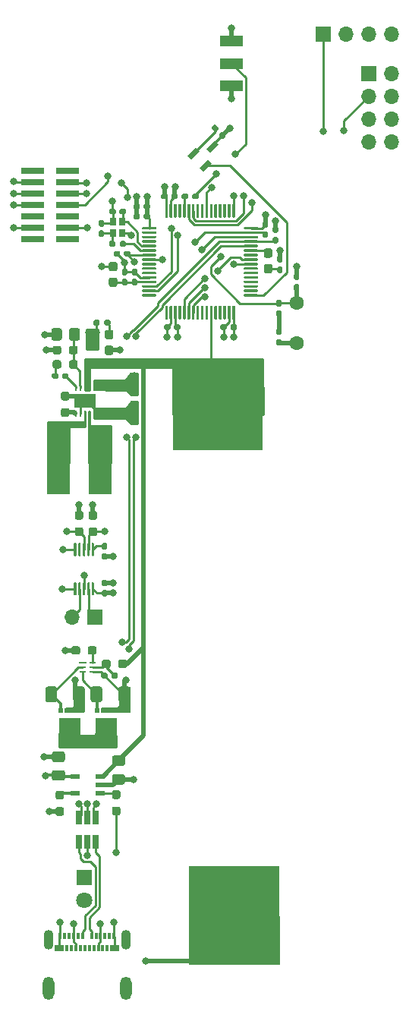
<source format=gbr>
%TF.GenerationSoftware,KiCad,Pcbnew,(5.1.7)-1*%
%TF.CreationDate,2020-11-25T00:45:14-08:00*%
%TF.ProjectId,eskate_remote,65736b61-7465-45f7-9265-6d6f74652e6b,rev?*%
%TF.SameCoordinates,Original*%
%TF.FileFunction,Copper,L1,Top*%
%TF.FilePolarity,Positive*%
%FSLAX46Y46*%
G04 Gerber Fmt 4.6, Leading zero omitted, Abs format (unit mm)*
G04 Created by KiCad (PCBNEW (5.1.7)-1) date 2020-11-25 00:45:14*
%MOMM*%
%LPD*%
G01*
G04 APERTURE LIST*
%TA.AperFunction,ComponentPad*%
%ADD10O,1.300000X2.600000*%
%TD*%
%TA.AperFunction,ComponentPad*%
%ADD11O,1.100000X2.200000*%
%TD*%
%TA.AperFunction,SMDPad,CuDef*%
%ADD12R,1.000000X0.700000*%
%TD*%
%TA.AperFunction,SMDPad,CuDef*%
%ADD13R,0.300000X0.700000*%
%TD*%
%TA.AperFunction,SMDPad,CuDef*%
%ADD14R,2.450000X1.900000*%
%TD*%
%TA.AperFunction,SMDPad,CuDef*%
%ADD15R,0.500000X0.630000*%
%TD*%
%TA.AperFunction,SMDPad,CuDef*%
%ADD16R,0.775000X0.875000*%
%TD*%
%TA.AperFunction,SMDPad,CuDef*%
%ADD17C,0.100000*%
%TD*%
%TA.AperFunction,SMDPad,CuDef*%
%ADD18R,0.650000X1.560000*%
%TD*%
%TA.AperFunction,SMDPad,CuDef*%
%ADD19R,2.380000X1.650000*%
%TD*%
%TA.AperFunction,SMDPad,CuDef*%
%ADD20R,0.250000X0.700000*%
%TD*%
%TA.AperFunction,SMDPad,CuDef*%
%ADD21R,1.100000X0.600000*%
%TD*%
%TA.AperFunction,SMDPad,CuDef*%
%ADD22R,0.750000X0.280000*%
%TD*%
%TA.AperFunction,SMDPad,CuDef*%
%ADD23R,0.850000X0.280000*%
%TD*%
%TA.AperFunction,ComponentPad*%
%ADD24C,1.600000*%
%TD*%
%TA.AperFunction,SMDPad,CuDef*%
%ADD25R,2.500000X1.200000*%
%TD*%
%TA.AperFunction,SMDPad,CuDef*%
%ADD26R,2.650000X7.300000*%
%TD*%
%TA.AperFunction,SMDPad,CuDef*%
%ADD27R,10.000000X8.000000*%
%TD*%
%TA.AperFunction,ComponentPad*%
%ADD28O,1.700000X1.700000*%
%TD*%
%TA.AperFunction,ComponentPad*%
%ADD29R,1.700000X1.700000*%
%TD*%
%TA.AperFunction,SMDPad,CuDef*%
%ADD30R,2.620000X0.800000*%
%TD*%
%TA.AperFunction,ComponentPad*%
%ADD31C,1.800000*%
%TD*%
%TA.AperFunction,ComponentPad*%
%ADD32R,1.800000X1.800000*%
%TD*%
%TA.AperFunction,ViaPad*%
%ADD33C,0.800000*%
%TD*%
%TA.AperFunction,Conductor*%
%ADD34C,0.250000*%
%TD*%
%TA.AperFunction,Conductor*%
%ADD35C,0.500000*%
%TD*%
%TA.AperFunction,Conductor*%
%ADD36C,0.350000*%
%TD*%
%TA.AperFunction,Conductor*%
%ADD37C,0.261112*%
%TD*%
%TA.AperFunction,Conductor*%
%ADD38C,0.254000*%
%TD*%
%TA.AperFunction,Conductor*%
%ADD39C,0.100000*%
%TD*%
G04 APERTURE END LIST*
D10*
%TO.P,J1,S4*%
%TO.N,N/C*%
X109920000Y-148000000D03*
%TO.P,J1,S3*%
X101280000Y-148000000D03*
D11*
%TO.P,J1,S2*%
X109920000Y-142640000D03*
%TO.P,J1,S1*%
%TO.N,Net-(J1-PadS1)*%
X101280000Y-142640000D03*
D12*
%TO.P,J1,B12*%
%TO.N,GND*%
X102500000Y-143530000D03*
D13*
%TO.P,J1,B11*%
%TO.N,Net-(J1-PadB11)*%
X103350000Y-143530000D03*
%TO.P,J1,B10*%
%TO.N,Net-(J1-PadB10)*%
X103850000Y-143530000D03*
%TO.P,J1,B9*%
%TO.N,+5V*%
X104350000Y-143530000D03*
%TO.P,J1,B8*%
%TO.N,Net-(J1-PadB8)*%
X104850000Y-143530000D03*
%TO.P,J1,B7*%
%TO.N,Net-(J1-PadB7)*%
X105350000Y-143530000D03*
%TO.P,J1,B6*%
%TO.N,Net-(J1-PadB6)*%
X105850000Y-143530000D03*
%TO.P,J1,B5*%
%TO.N,Net-(J1-PadB5)*%
X106350000Y-143530000D03*
%TO.P,J1,B4*%
%TO.N,+5V*%
X106850000Y-143530000D03*
%TO.P,J1,B3*%
%TO.N,Net-(J1-PadB3)*%
X107350000Y-143530000D03*
%TO.P,J1,B2*%
%TO.N,Net-(J1-PadB2)*%
X107850000Y-143530000D03*
D12*
%TO.P,J1,B1*%
%TO.N,GND*%
X108700000Y-143530000D03*
D13*
%TO.P,J1,A12*%
X108600000Y-142230000D03*
%TO.P,J1,A11*%
%TO.N,Net-(J1-PadA11)*%
X108100000Y-142230000D03*
%TO.P,J1,A10*%
%TO.N,Net-(J1-PadA10)*%
X107600000Y-142230000D03*
%TO.P,J1,A9*%
%TO.N,+5V*%
X107100000Y-142230000D03*
%TO.P,J1,A8*%
%TO.N,Net-(J1-PadA8)*%
X106600000Y-142230000D03*
%TO.P,J1,A7*%
%TO.N,USB_CONN_D-*%
X106100000Y-142230000D03*
%TO.P,J1,A6*%
%TO.N,USB_CONN_D+*%
X105100000Y-142230000D03*
%TO.P,J1,A5*%
%TO.N,Net-(J1-PadA5)*%
X104600000Y-142230000D03*
%TO.P,J1,A4*%
%TO.N,+5V*%
X104100000Y-142230000D03*
%TO.P,J1,A3*%
%TO.N,Net-(J1-PadA3)*%
X103600000Y-142230000D03*
%TO.P,J1,A2*%
%TO.N,Net-(J1-PadA2)*%
X103100000Y-142230000D03*
%TO.P,J1,A1*%
%TO.N,GND*%
X102600000Y-142230000D03*
%TD*%
D14*
%TO.P,FET2,5*%
%TO.N,Net-(FET1-Pad5)*%
X107700000Y-118840000D03*
D15*
X106725000Y-119885000D03*
%TO.P,FET2,6*%
X107375000Y-119885000D03*
%TO.P,FET2,8*%
X108675000Y-119885000D03*
%TO.P,FET2,7*%
X108025000Y-119885000D03*
%TO.P,FET2,4*%
%TO.N,Net-(FET2-Pad4)*%
X106725000Y-117015000D03*
%TO.P,FET2,3*%
%TO.N,-BATT*%
X107375000Y-117015000D03*
%TO.P,FET2,2*%
X108025000Y-117015000D03*
%TO.P,FET2,1*%
X108675000Y-117015000D03*
%TD*%
D14*
%TO.P,FET1,5*%
%TO.N,Net-(FET1-Pad5)*%
X103650000Y-118840000D03*
D15*
X102675000Y-119885000D03*
%TO.P,FET1,6*%
X103325000Y-119885000D03*
%TO.P,FET1,8*%
X104625000Y-119885000D03*
%TO.P,FET1,7*%
X103975000Y-119885000D03*
%TO.P,FET1,4*%
%TO.N,Net-(FET1-Pad4)*%
X102675000Y-117015000D03*
%TO.P,FET1,3*%
%TO.N,GND*%
X103325000Y-117015000D03*
%TO.P,FET1,2*%
X103975000Y-117015000D03*
%TO.P,FET1,1*%
X104625000Y-117015000D03*
%TD*%
D16*
%TO.P,Y1,4*%
%TO.N,GND*%
X108512500Y-62562500D03*
%TO.P,Y1,3*%
%TO.N,Net-(C10-Pad1)*%
X108512500Y-63837500D03*
%TO.P,Y1,2*%
%TO.N,GND*%
X109487500Y-63837500D03*
%TO.P,Y1,1*%
%TO.N,HSE_IN*%
X109487500Y-62562500D03*
%TD*%
%TA.AperFunction,SMDPad,CuDef*%
D17*
%TO.P,U7,3*%
%TO.N,GND*%
G36*
X119358975Y-54793289D02*
G01*
X118934711Y-54369025D01*
X119853949Y-53449787D01*
X120278213Y-53874051D01*
X119358975Y-54793289D01*
G37*
%TD.AperFunction*%
%TA.AperFunction,SMDPad,CuDef*%
%TO.P,U7,2*%
%TO.N,HALL_SENSE*%
G36*
X118545802Y-56949965D02*
G01*
X118121538Y-56525701D01*
X119040776Y-55606463D01*
X119465040Y-56030727D01*
X118545802Y-56949965D01*
G37*
%TD.AperFunction*%
%TA.AperFunction,SMDPad,CuDef*%
%TO.P,U7,1*%
%TO.N,Net-(C20-Pad1)*%
G36*
X117202299Y-55606462D02*
G01*
X116778035Y-55182198D01*
X117697273Y-54262960D01*
X118121537Y-54687224D01*
X117202299Y-55606462D01*
G37*
%TD.AperFunction*%
%TD*%
%TO.P,U6,10*%
%TO.N,+3V3*%
%TA.AperFunction,SMDPad,CuDef*%
G36*
G01*
X106175000Y-102775000D02*
X106325000Y-102775000D01*
G75*
G02*
X106400000Y-102850000I0J-75000D01*
G01*
X106400000Y-104150000D01*
G75*
G02*
X106325000Y-104225000I-75000J0D01*
G01*
X106175000Y-104225000D01*
G75*
G02*
X106100000Y-104150000I0J75000D01*
G01*
X106100000Y-102850000D01*
G75*
G02*
X106175000Y-102775000I75000J0D01*
G01*
G37*
%TD.AperFunction*%
%TO.P,U6,9*%
%TO.N,Motor-*%
%TA.AperFunction,SMDPad,CuDef*%
G36*
G01*
X105675000Y-102775000D02*
X105825000Y-102775000D01*
G75*
G02*
X105900000Y-102850000I0J-75000D01*
G01*
X105900000Y-104150000D01*
G75*
G02*
X105825000Y-104225000I-75000J0D01*
G01*
X105675000Y-104225000D01*
G75*
G02*
X105600000Y-104150000I0J75000D01*
G01*
X105600000Y-102850000D01*
G75*
G02*
X105675000Y-102775000I75000J0D01*
G01*
G37*
%TD.AperFunction*%
%TO.P,U6,8*%
%TO.N,GND*%
%TA.AperFunction,SMDPad,CuDef*%
G36*
G01*
X105175000Y-102775000D02*
X105325000Y-102775000D01*
G75*
G02*
X105400000Y-102850000I0J-75000D01*
G01*
X105400000Y-104150000D01*
G75*
G02*
X105325000Y-104225000I-75000J0D01*
G01*
X105175000Y-104225000D01*
G75*
G02*
X105100000Y-104150000I0J75000D01*
G01*
X105100000Y-102850000D01*
G75*
G02*
X105175000Y-102775000I75000J0D01*
G01*
G37*
%TD.AperFunction*%
%TO.P,U6,7*%
%TO.N,Motor+*%
%TA.AperFunction,SMDPad,CuDef*%
G36*
G01*
X104675000Y-102775000D02*
X104825000Y-102775000D01*
G75*
G02*
X104900000Y-102850000I0J-75000D01*
G01*
X104900000Y-104150000D01*
G75*
G02*
X104825000Y-104225000I-75000J0D01*
G01*
X104675000Y-104225000D01*
G75*
G02*
X104600000Y-104150000I0J75000D01*
G01*
X104600000Y-102850000D01*
G75*
G02*
X104675000Y-102775000I75000J0D01*
G01*
G37*
%TD.AperFunction*%
%TO.P,U6,6*%
%TO.N,+3V3*%
%TA.AperFunction,SMDPad,CuDef*%
G36*
G01*
X104175000Y-102775000D02*
X104325000Y-102775000D01*
G75*
G02*
X104400000Y-102850000I0J-75000D01*
G01*
X104400000Y-104150000D01*
G75*
G02*
X104325000Y-104225000I-75000J0D01*
G01*
X104175000Y-104225000D01*
G75*
G02*
X104100000Y-104150000I0J75000D01*
G01*
X104100000Y-102850000D01*
G75*
G02*
X104175000Y-102775000I75000J0D01*
G01*
G37*
%TD.AperFunction*%
%TO.P,U6,5*%
%TA.AperFunction,SMDPad,CuDef*%
G36*
G01*
X104175000Y-98375000D02*
X104325000Y-98375000D01*
G75*
G02*
X104400000Y-98450000I0J-75000D01*
G01*
X104400000Y-99750000D01*
G75*
G02*
X104325000Y-99825000I-75000J0D01*
G01*
X104175000Y-99825000D01*
G75*
G02*
X104100000Y-99750000I0J75000D01*
G01*
X104100000Y-98450000D01*
G75*
G02*
X104175000Y-98375000I75000J0D01*
G01*
G37*
%TD.AperFunction*%
%TO.P,U6,4*%
%TO.N,Net-(U6-Pad4)*%
%TA.AperFunction,SMDPad,CuDef*%
G36*
G01*
X104675000Y-98375000D02*
X104825000Y-98375000D01*
G75*
G02*
X104900000Y-98450000I0J-75000D01*
G01*
X104900000Y-99750000D01*
G75*
G02*
X104825000Y-99825000I-75000J0D01*
G01*
X104675000Y-99825000D01*
G75*
G02*
X104600000Y-99750000I0J75000D01*
G01*
X104600000Y-98450000D01*
G75*
G02*
X104675000Y-98375000I75000J0D01*
G01*
G37*
%TD.AperFunction*%
%TO.P,U6,3*%
%TO.N,HAPTIC_SDA*%
%TA.AperFunction,SMDPad,CuDef*%
G36*
G01*
X105175000Y-98375000D02*
X105325000Y-98375000D01*
G75*
G02*
X105400000Y-98450000I0J-75000D01*
G01*
X105400000Y-99750000D01*
G75*
G02*
X105325000Y-99825000I-75000J0D01*
G01*
X105175000Y-99825000D01*
G75*
G02*
X105100000Y-99750000I0J75000D01*
G01*
X105100000Y-98450000D01*
G75*
G02*
X105175000Y-98375000I75000J0D01*
G01*
G37*
%TD.AperFunction*%
%TO.P,U6,2*%
%TO.N,HAPTIC_SCL*%
%TA.AperFunction,SMDPad,CuDef*%
G36*
G01*
X105675000Y-98375000D02*
X105825000Y-98375000D01*
G75*
G02*
X105900000Y-98450000I0J-75000D01*
G01*
X105900000Y-99750000D01*
G75*
G02*
X105825000Y-99825000I-75000J0D01*
G01*
X105675000Y-99825000D01*
G75*
G02*
X105600000Y-99750000I0J75000D01*
G01*
X105600000Y-98450000D01*
G75*
G02*
X105675000Y-98375000I75000J0D01*
G01*
G37*
%TD.AperFunction*%
%TO.P,U6,1*%
%TO.N,Net-(C19-Pad2)*%
%TA.AperFunction,SMDPad,CuDef*%
G36*
G01*
X106175000Y-98375000D02*
X106325000Y-98375000D01*
G75*
G02*
X106400000Y-98450000I0J-75000D01*
G01*
X106400000Y-99750000D01*
G75*
G02*
X106325000Y-99825000I-75000J0D01*
G01*
X106175000Y-99825000D01*
G75*
G02*
X106100000Y-99750000I0J75000D01*
G01*
X106100000Y-98450000D01*
G75*
G02*
X106175000Y-98375000I75000J0D01*
G01*
G37*
%TD.AperFunction*%
%TD*%
D18*
%TO.P,U5,5*%
%TO.N,+5V*%
X105600000Y-129000000D03*
%TO.P,U5,6*%
%TO.N,USB_D+*%
X104650000Y-129000000D03*
%TO.P,U5,4*%
%TO.N,USB_D-*%
X106550000Y-129000000D03*
%TO.P,U5,3*%
%TO.N,USB_CONN_D-*%
X106550000Y-131700000D03*
%TO.P,U5,2*%
%TO.N,GND*%
X105600000Y-131700000D03*
%TO.P,U5,1*%
%TO.N,USB_CONN_D+*%
X104650000Y-131700000D03*
%TD*%
D19*
%TO.P,U4,11*%
%TO.N,GND*%
X105350000Y-82500000D03*
D20*
%TO.P,U4,7*%
%TO.N,BAT_SENSE*%
X105850000Y-81075000D03*
%TO.P,U4,8*%
X105350000Y-81075000D03*
%TO.P,U4,6*%
%TO.N,+3V3*%
X106350000Y-81075000D03*
%TO.P,U4,10*%
%TO.N,Net-(C17-Pad1)*%
X104350000Y-81075000D03*
%TO.P,U4,9*%
%TO.N,Net-(R13-Pad2)*%
X104850000Y-81075000D03*
%TO.P,U4,5*%
%TO.N,GND*%
X106350000Y-83925000D03*
%TO.P,U4,4*%
%TO.N,Net-(L2-Pad2)*%
X105850000Y-83925000D03*
%TO.P,U4,1*%
%TO.N,Net-(R16-Pad1)*%
X104350000Y-83925000D03*
%TO.P,U4,2*%
%TO.N,GND*%
X104850000Y-83925000D03*
%TO.P,U4,3*%
%TO.N,Net-(L2-Pad1)*%
X105350000Y-83925000D03*
%TD*%
D21*
%TO.P,U3,4*%
%TO.N,+5V*%
X104250000Y-124400000D03*
%TO.P,U3,5*%
%TO.N,Net-(R11-Pad1)*%
X104250000Y-126300000D03*
%TO.P,U3,3*%
%TO.N,BAT_SENSE*%
X107050000Y-124400000D03*
%TO.P,U3,2*%
%TO.N,GND*%
X107050000Y-125350000D03*
%TO.P,U3,1*%
%TO.N,Net-(R12-Pad1)*%
X107050000Y-126300000D03*
%TD*%
D22*
%TO.P,U2,6*%
%TO.N,Net-(R8-Pad2)*%
X106225000Y-111750000D03*
%TO.P,U2,5*%
%TO.N,Net-(C12-Pad1)*%
X106225000Y-112250000D03*
%TO.P,U2,4*%
%TO.N,-BATT*%
X106225000Y-112750000D03*
%TO.P,U2,3*%
%TO.N,Net-(FET2-Pad4)*%
X105075000Y-112750000D03*
%TO.P,U2,2*%
%TO.N,Net-(FET1-Pad4)*%
X105075000Y-112250000D03*
D23*
%TO.P,U2,1*%
%TO.N,Net-(U2-Pad1)*%
X105125000Y-111750000D03*
%TD*%
%TO.P,U1,64*%
%TO.N,+3V3*%
%TA.AperFunction,SMDPad,CuDef*%
G36*
G01*
X114300000Y-62025000D02*
X114300000Y-60625000D01*
G75*
G02*
X114375000Y-60550000I75000J0D01*
G01*
X114525000Y-60550000D01*
G75*
G02*
X114600000Y-60625000I0J-75000D01*
G01*
X114600000Y-62025000D01*
G75*
G02*
X114525000Y-62100000I-75000J0D01*
G01*
X114375000Y-62100000D01*
G75*
G02*
X114300000Y-62025000I0J75000D01*
G01*
G37*
%TD.AperFunction*%
%TO.P,U1,63*%
%TO.N,GND*%
%TA.AperFunction,SMDPad,CuDef*%
G36*
G01*
X114800000Y-62025000D02*
X114800000Y-60625000D01*
G75*
G02*
X114875000Y-60550000I75000J0D01*
G01*
X115025000Y-60550000D01*
G75*
G02*
X115100000Y-60625000I0J-75000D01*
G01*
X115100000Y-62025000D01*
G75*
G02*
X115025000Y-62100000I-75000J0D01*
G01*
X114875000Y-62100000D01*
G75*
G02*
X114800000Y-62025000I0J75000D01*
G01*
G37*
%TD.AperFunction*%
%TO.P,U1,62*%
%TO.N,Net-(U1-Pad62)*%
%TA.AperFunction,SMDPad,CuDef*%
G36*
G01*
X115300000Y-62025000D02*
X115300000Y-60625000D01*
G75*
G02*
X115375000Y-60550000I75000J0D01*
G01*
X115525000Y-60550000D01*
G75*
G02*
X115600000Y-60625000I0J-75000D01*
G01*
X115600000Y-62025000D01*
G75*
G02*
X115525000Y-62100000I-75000J0D01*
G01*
X115375000Y-62100000D01*
G75*
G02*
X115300000Y-62025000I0J75000D01*
G01*
G37*
%TD.AperFunction*%
%TO.P,U1,61*%
%TO.N,Net-(U1-Pad61)*%
%TA.AperFunction,SMDPad,CuDef*%
G36*
G01*
X115800000Y-62025000D02*
X115800000Y-60625000D01*
G75*
G02*
X115875000Y-60550000I75000J0D01*
G01*
X116025000Y-60550000D01*
G75*
G02*
X116100000Y-60625000I0J-75000D01*
G01*
X116100000Y-62025000D01*
G75*
G02*
X116025000Y-62100000I-75000J0D01*
G01*
X115875000Y-62100000D01*
G75*
G02*
X115800000Y-62025000I0J75000D01*
G01*
G37*
%TD.AperFunction*%
%TO.P,U1,60*%
%TO.N,BOOT0*%
%TA.AperFunction,SMDPad,CuDef*%
G36*
G01*
X116300000Y-62025000D02*
X116300000Y-60625000D01*
G75*
G02*
X116375000Y-60550000I75000J0D01*
G01*
X116525000Y-60550000D01*
G75*
G02*
X116600000Y-60625000I0J-75000D01*
G01*
X116600000Y-62025000D01*
G75*
G02*
X116525000Y-62100000I-75000J0D01*
G01*
X116375000Y-62100000D01*
G75*
G02*
X116300000Y-62025000I0J75000D01*
G01*
G37*
%TD.AperFunction*%
%TO.P,U1,59*%
%TO.N,DISPLAY_SDA*%
%TA.AperFunction,SMDPad,CuDef*%
G36*
G01*
X116800000Y-62025000D02*
X116800000Y-60625000D01*
G75*
G02*
X116875000Y-60550000I75000J0D01*
G01*
X117025000Y-60550000D01*
G75*
G02*
X117100000Y-60625000I0J-75000D01*
G01*
X117100000Y-62025000D01*
G75*
G02*
X117025000Y-62100000I-75000J0D01*
G01*
X116875000Y-62100000D01*
G75*
G02*
X116800000Y-62025000I0J75000D01*
G01*
G37*
%TD.AperFunction*%
%TO.P,U1,58*%
%TO.N,DISPLAY_SCL*%
%TA.AperFunction,SMDPad,CuDef*%
G36*
G01*
X117300000Y-62025000D02*
X117300000Y-60625000D01*
G75*
G02*
X117375000Y-60550000I75000J0D01*
G01*
X117525000Y-60550000D01*
G75*
G02*
X117600000Y-60625000I0J-75000D01*
G01*
X117600000Y-62025000D01*
G75*
G02*
X117525000Y-62100000I-75000J0D01*
G01*
X117375000Y-62100000D01*
G75*
G02*
X117300000Y-62025000I0J75000D01*
G01*
G37*
%TD.AperFunction*%
%TO.P,U1,57*%
%TO.N,Net-(U1-Pad57)*%
%TA.AperFunction,SMDPad,CuDef*%
G36*
G01*
X117800000Y-62025000D02*
X117800000Y-60625000D01*
G75*
G02*
X117875000Y-60550000I75000J0D01*
G01*
X118025000Y-60550000D01*
G75*
G02*
X118100000Y-60625000I0J-75000D01*
G01*
X118100000Y-62025000D01*
G75*
G02*
X118025000Y-62100000I-75000J0D01*
G01*
X117875000Y-62100000D01*
G75*
G02*
X117800000Y-62025000I0J75000D01*
G01*
G37*
%TD.AperFunction*%
%TO.P,U1,56*%
%TO.N,Net-(U1-Pad56)*%
%TA.AperFunction,SMDPad,CuDef*%
G36*
G01*
X118300000Y-62025000D02*
X118300000Y-60625000D01*
G75*
G02*
X118375000Y-60550000I75000J0D01*
G01*
X118525000Y-60550000D01*
G75*
G02*
X118600000Y-60625000I0J-75000D01*
G01*
X118600000Y-62025000D01*
G75*
G02*
X118525000Y-62100000I-75000J0D01*
G01*
X118375000Y-62100000D01*
G75*
G02*
X118300000Y-62025000I0J75000D01*
G01*
G37*
%TD.AperFunction*%
%TO.P,U1,55*%
%TO.N,SWO*%
%TA.AperFunction,SMDPad,CuDef*%
G36*
G01*
X118800000Y-62025000D02*
X118800000Y-60625000D01*
G75*
G02*
X118875000Y-60550000I75000J0D01*
G01*
X119025000Y-60550000D01*
G75*
G02*
X119100000Y-60625000I0J-75000D01*
G01*
X119100000Y-62025000D01*
G75*
G02*
X119025000Y-62100000I-75000J0D01*
G01*
X118875000Y-62100000D01*
G75*
G02*
X118800000Y-62025000I0J75000D01*
G01*
G37*
%TD.AperFunction*%
%TO.P,U1,54*%
%TO.N,Net-(U1-Pad54)*%
%TA.AperFunction,SMDPad,CuDef*%
G36*
G01*
X119300000Y-62025000D02*
X119300000Y-60625000D01*
G75*
G02*
X119375000Y-60550000I75000J0D01*
G01*
X119525000Y-60550000D01*
G75*
G02*
X119600000Y-60625000I0J-75000D01*
G01*
X119600000Y-62025000D01*
G75*
G02*
X119525000Y-62100000I-75000J0D01*
G01*
X119375000Y-62100000D01*
G75*
G02*
X119300000Y-62025000I0J75000D01*
G01*
G37*
%TD.AperFunction*%
%TO.P,U1,53*%
%TO.N,Net-(U1-Pad53)*%
%TA.AperFunction,SMDPad,CuDef*%
G36*
G01*
X119800000Y-62025000D02*
X119800000Y-60625000D01*
G75*
G02*
X119875000Y-60550000I75000J0D01*
G01*
X120025000Y-60550000D01*
G75*
G02*
X120100000Y-60625000I0J-75000D01*
G01*
X120100000Y-62025000D01*
G75*
G02*
X120025000Y-62100000I-75000J0D01*
G01*
X119875000Y-62100000D01*
G75*
G02*
X119800000Y-62025000I0J75000D01*
G01*
G37*
%TD.AperFunction*%
%TO.P,U1,52*%
%TO.N,Net-(U1-Pad52)*%
%TA.AperFunction,SMDPad,CuDef*%
G36*
G01*
X120300000Y-62025000D02*
X120300000Y-60625000D01*
G75*
G02*
X120375000Y-60550000I75000J0D01*
G01*
X120525000Y-60550000D01*
G75*
G02*
X120600000Y-60625000I0J-75000D01*
G01*
X120600000Y-62025000D01*
G75*
G02*
X120525000Y-62100000I-75000J0D01*
G01*
X120375000Y-62100000D01*
G75*
G02*
X120300000Y-62025000I0J75000D01*
G01*
G37*
%TD.AperFunction*%
%TO.P,U1,51*%
%TO.N,Net-(U1-Pad51)*%
%TA.AperFunction,SMDPad,CuDef*%
G36*
G01*
X120800000Y-62025000D02*
X120800000Y-60625000D01*
G75*
G02*
X120875000Y-60550000I75000J0D01*
G01*
X121025000Y-60550000D01*
G75*
G02*
X121100000Y-60625000I0J-75000D01*
G01*
X121100000Y-62025000D01*
G75*
G02*
X121025000Y-62100000I-75000J0D01*
G01*
X120875000Y-62100000D01*
G75*
G02*
X120800000Y-62025000I0J75000D01*
G01*
G37*
%TD.AperFunction*%
%TO.P,U1,50*%
%TO.N,Net-(U1-Pad50)*%
%TA.AperFunction,SMDPad,CuDef*%
G36*
G01*
X121300000Y-62025000D02*
X121300000Y-60625000D01*
G75*
G02*
X121375000Y-60550000I75000J0D01*
G01*
X121525000Y-60550000D01*
G75*
G02*
X121600000Y-60625000I0J-75000D01*
G01*
X121600000Y-62025000D01*
G75*
G02*
X121525000Y-62100000I-75000J0D01*
G01*
X121375000Y-62100000D01*
G75*
G02*
X121300000Y-62025000I0J75000D01*
G01*
G37*
%TD.AperFunction*%
%TO.P,U1,49*%
%TO.N,SWCLK*%
%TA.AperFunction,SMDPad,CuDef*%
G36*
G01*
X121800000Y-62025000D02*
X121800000Y-60625000D01*
G75*
G02*
X121875000Y-60550000I75000J0D01*
G01*
X122025000Y-60550000D01*
G75*
G02*
X122100000Y-60625000I0J-75000D01*
G01*
X122100000Y-62025000D01*
G75*
G02*
X122025000Y-62100000I-75000J0D01*
G01*
X121875000Y-62100000D01*
G75*
G02*
X121800000Y-62025000I0J75000D01*
G01*
G37*
%TD.AperFunction*%
%TO.P,U1,48*%
%TO.N,+3V3*%
%TA.AperFunction,SMDPad,CuDef*%
G36*
G01*
X123100000Y-63325000D02*
X123100000Y-63175000D01*
G75*
G02*
X123175000Y-63100000I75000J0D01*
G01*
X124575000Y-63100000D01*
G75*
G02*
X124650000Y-63175000I0J-75000D01*
G01*
X124650000Y-63325000D01*
G75*
G02*
X124575000Y-63400000I-75000J0D01*
G01*
X123175000Y-63400000D01*
G75*
G02*
X123100000Y-63325000I0J75000D01*
G01*
G37*
%TD.AperFunction*%
%TO.P,U1,47*%
%TO.N,GND*%
%TA.AperFunction,SMDPad,CuDef*%
G36*
G01*
X123100000Y-63825000D02*
X123100000Y-63675000D01*
G75*
G02*
X123175000Y-63600000I75000J0D01*
G01*
X124575000Y-63600000D01*
G75*
G02*
X124650000Y-63675000I0J-75000D01*
G01*
X124650000Y-63825000D01*
G75*
G02*
X124575000Y-63900000I-75000J0D01*
G01*
X123175000Y-63900000D01*
G75*
G02*
X123100000Y-63825000I0J75000D01*
G01*
G37*
%TD.AperFunction*%
%TO.P,U1,46*%
%TO.N,SWDIO*%
%TA.AperFunction,SMDPad,CuDef*%
G36*
G01*
X123100000Y-64325000D02*
X123100000Y-64175000D01*
G75*
G02*
X123175000Y-64100000I75000J0D01*
G01*
X124575000Y-64100000D01*
G75*
G02*
X124650000Y-64175000I0J-75000D01*
G01*
X124650000Y-64325000D01*
G75*
G02*
X124575000Y-64400000I-75000J0D01*
G01*
X123175000Y-64400000D01*
G75*
G02*
X123100000Y-64325000I0J75000D01*
G01*
G37*
%TD.AperFunction*%
%TO.P,U1,45*%
%TO.N,USB_D+*%
%TA.AperFunction,SMDPad,CuDef*%
G36*
G01*
X123100000Y-64825000D02*
X123100000Y-64675000D01*
G75*
G02*
X123175000Y-64600000I75000J0D01*
G01*
X124575000Y-64600000D01*
G75*
G02*
X124650000Y-64675000I0J-75000D01*
G01*
X124650000Y-64825000D01*
G75*
G02*
X124575000Y-64900000I-75000J0D01*
G01*
X123175000Y-64900000D01*
G75*
G02*
X123100000Y-64825000I0J75000D01*
G01*
G37*
%TD.AperFunction*%
%TO.P,U1,44*%
%TO.N,USB_D-*%
%TA.AperFunction,SMDPad,CuDef*%
G36*
G01*
X123100000Y-65325000D02*
X123100000Y-65175000D01*
G75*
G02*
X123175000Y-65100000I75000J0D01*
G01*
X124575000Y-65100000D01*
G75*
G02*
X124650000Y-65175000I0J-75000D01*
G01*
X124650000Y-65325000D01*
G75*
G02*
X124575000Y-65400000I-75000J0D01*
G01*
X123175000Y-65400000D01*
G75*
G02*
X123100000Y-65325000I0J75000D01*
G01*
G37*
%TD.AperFunction*%
%TO.P,U1,43*%
%TO.N,LED_STATUS*%
%TA.AperFunction,SMDPad,CuDef*%
G36*
G01*
X123100000Y-65825000D02*
X123100000Y-65675000D01*
G75*
G02*
X123175000Y-65600000I75000J0D01*
G01*
X124575000Y-65600000D01*
G75*
G02*
X124650000Y-65675000I0J-75000D01*
G01*
X124650000Y-65825000D01*
G75*
G02*
X124575000Y-65900000I-75000J0D01*
G01*
X123175000Y-65900000D01*
G75*
G02*
X123100000Y-65825000I0J75000D01*
G01*
G37*
%TD.AperFunction*%
%TO.P,U1,42*%
%TO.N,Net-(U1-Pad42)*%
%TA.AperFunction,SMDPad,CuDef*%
G36*
G01*
X123100000Y-66325000D02*
X123100000Y-66175000D01*
G75*
G02*
X123175000Y-66100000I75000J0D01*
G01*
X124575000Y-66100000D01*
G75*
G02*
X124650000Y-66175000I0J-75000D01*
G01*
X124650000Y-66325000D01*
G75*
G02*
X124575000Y-66400000I-75000J0D01*
G01*
X123175000Y-66400000D01*
G75*
G02*
X123100000Y-66325000I0J75000D01*
G01*
G37*
%TD.AperFunction*%
%TO.P,U1,41*%
%TO.N,HAPTIC_SCL*%
%TA.AperFunction,SMDPad,CuDef*%
G36*
G01*
X123100000Y-66825000D02*
X123100000Y-66675000D01*
G75*
G02*
X123175000Y-66600000I75000J0D01*
G01*
X124575000Y-66600000D01*
G75*
G02*
X124650000Y-66675000I0J-75000D01*
G01*
X124650000Y-66825000D01*
G75*
G02*
X124575000Y-66900000I-75000J0D01*
G01*
X123175000Y-66900000D01*
G75*
G02*
X123100000Y-66825000I0J75000D01*
G01*
G37*
%TD.AperFunction*%
%TO.P,U1,40*%
%TO.N,HAPTIC_SDA*%
%TA.AperFunction,SMDPad,CuDef*%
G36*
G01*
X123100000Y-67325000D02*
X123100000Y-67175000D01*
G75*
G02*
X123175000Y-67100000I75000J0D01*
G01*
X124575000Y-67100000D01*
G75*
G02*
X124650000Y-67175000I0J-75000D01*
G01*
X124650000Y-67325000D01*
G75*
G02*
X124575000Y-67400000I-75000J0D01*
G01*
X123175000Y-67400000D01*
G75*
G02*
X123100000Y-67325000I0J75000D01*
G01*
G37*
%TD.AperFunction*%
%TO.P,U1,39*%
%TO.N,Net-(U1-Pad39)*%
%TA.AperFunction,SMDPad,CuDef*%
G36*
G01*
X123100000Y-67825000D02*
X123100000Y-67675000D01*
G75*
G02*
X123175000Y-67600000I75000J0D01*
G01*
X124575000Y-67600000D01*
G75*
G02*
X124650000Y-67675000I0J-75000D01*
G01*
X124650000Y-67825000D01*
G75*
G02*
X124575000Y-67900000I-75000J0D01*
G01*
X123175000Y-67900000D01*
G75*
G02*
X123100000Y-67825000I0J75000D01*
G01*
G37*
%TD.AperFunction*%
%TO.P,U1,38*%
%TO.N,Net-(U1-Pad38)*%
%TA.AperFunction,SMDPad,CuDef*%
G36*
G01*
X123100000Y-68325000D02*
X123100000Y-68175000D01*
G75*
G02*
X123175000Y-68100000I75000J0D01*
G01*
X124575000Y-68100000D01*
G75*
G02*
X124650000Y-68175000I0J-75000D01*
G01*
X124650000Y-68325000D01*
G75*
G02*
X124575000Y-68400000I-75000J0D01*
G01*
X123175000Y-68400000D01*
G75*
G02*
X123100000Y-68325000I0J75000D01*
G01*
G37*
%TD.AperFunction*%
%TO.P,U1,37*%
%TO.N,Net-(U1-Pad37)*%
%TA.AperFunction,SMDPad,CuDef*%
G36*
G01*
X123100000Y-68825000D02*
X123100000Y-68675000D01*
G75*
G02*
X123175000Y-68600000I75000J0D01*
G01*
X124575000Y-68600000D01*
G75*
G02*
X124650000Y-68675000I0J-75000D01*
G01*
X124650000Y-68825000D01*
G75*
G02*
X124575000Y-68900000I-75000J0D01*
G01*
X123175000Y-68900000D01*
G75*
G02*
X123100000Y-68825000I0J75000D01*
G01*
G37*
%TD.AperFunction*%
%TO.P,U1,36*%
%TO.N,Net-(U1-Pad36)*%
%TA.AperFunction,SMDPad,CuDef*%
G36*
G01*
X123100000Y-69325000D02*
X123100000Y-69175000D01*
G75*
G02*
X123175000Y-69100000I75000J0D01*
G01*
X124575000Y-69100000D01*
G75*
G02*
X124650000Y-69175000I0J-75000D01*
G01*
X124650000Y-69325000D01*
G75*
G02*
X124575000Y-69400000I-75000J0D01*
G01*
X123175000Y-69400000D01*
G75*
G02*
X123100000Y-69325000I0J75000D01*
G01*
G37*
%TD.AperFunction*%
%TO.P,U1,35*%
%TO.N,Net-(U1-Pad35)*%
%TA.AperFunction,SMDPad,CuDef*%
G36*
G01*
X123100000Y-69825000D02*
X123100000Y-69675000D01*
G75*
G02*
X123175000Y-69600000I75000J0D01*
G01*
X124575000Y-69600000D01*
G75*
G02*
X124650000Y-69675000I0J-75000D01*
G01*
X124650000Y-69825000D01*
G75*
G02*
X124575000Y-69900000I-75000J0D01*
G01*
X123175000Y-69900000D01*
G75*
G02*
X123100000Y-69825000I0J75000D01*
G01*
G37*
%TD.AperFunction*%
%TO.P,U1,34*%
%TO.N,Net-(U1-Pad34)*%
%TA.AperFunction,SMDPad,CuDef*%
G36*
G01*
X123100000Y-70325000D02*
X123100000Y-70175000D01*
G75*
G02*
X123175000Y-70100000I75000J0D01*
G01*
X124575000Y-70100000D01*
G75*
G02*
X124650000Y-70175000I0J-75000D01*
G01*
X124650000Y-70325000D01*
G75*
G02*
X124575000Y-70400000I-75000J0D01*
G01*
X123175000Y-70400000D01*
G75*
G02*
X123100000Y-70325000I0J75000D01*
G01*
G37*
%TD.AperFunction*%
%TO.P,U1,33*%
%TO.N,HALL_SENSE*%
%TA.AperFunction,SMDPad,CuDef*%
G36*
G01*
X123100000Y-70825000D02*
X123100000Y-70675000D01*
G75*
G02*
X123175000Y-70600000I75000J0D01*
G01*
X124575000Y-70600000D01*
G75*
G02*
X124650000Y-70675000I0J-75000D01*
G01*
X124650000Y-70825000D01*
G75*
G02*
X124575000Y-70900000I-75000J0D01*
G01*
X123175000Y-70900000D01*
G75*
G02*
X123100000Y-70825000I0J75000D01*
G01*
G37*
%TD.AperFunction*%
%TO.P,U1,32*%
%TO.N,+3V3*%
%TA.AperFunction,SMDPad,CuDef*%
G36*
G01*
X121800000Y-73375000D02*
X121800000Y-71975000D01*
G75*
G02*
X121875000Y-71900000I75000J0D01*
G01*
X122025000Y-71900000D01*
G75*
G02*
X122100000Y-71975000I0J-75000D01*
G01*
X122100000Y-73375000D01*
G75*
G02*
X122025000Y-73450000I-75000J0D01*
G01*
X121875000Y-73450000D01*
G75*
G02*
X121800000Y-73375000I0J75000D01*
G01*
G37*
%TD.AperFunction*%
%TO.P,U1,31*%
%TO.N,GND*%
%TA.AperFunction,SMDPad,CuDef*%
G36*
G01*
X121300000Y-73375000D02*
X121300000Y-71975000D01*
G75*
G02*
X121375000Y-71900000I75000J0D01*
G01*
X121525000Y-71900000D01*
G75*
G02*
X121600000Y-71975000I0J-75000D01*
G01*
X121600000Y-73375000D01*
G75*
G02*
X121525000Y-73450000I-75000J0D01*
G01*
X121375000Y-73450000D01*
G75*
G02*
X121300000Y-73375000I0J75000D01*
G01*
G37*
%TD.AperFunction*%
%TO.P,U1,30*%
%TO.N,Net-(U1-Pad30)*%
%TA.AperFunction,SMDPad,CuDef*%
G36*
G01*
X120800000Y-73375000D02*
X120800000Y-71975000D01*
G75*
G02*
X120875000Y-71900000I75000J0D01*
G01*
X121025000Y-71900000D01*
G75*
G02*
X121100000Y-71975000I0J-75000D01*
G01*
X121100000Y-73375000D01*
G75*
G02*
X121025000Y-73450000I-75000J0D01*
G01*
X120875000Y-73450000D01*
G75*
G02*
X120800000Y-73375000I0J75000D01*
G01*
G37*
%TD.AperFunction*%
%TO.P,U1,29*%
%TO.N,Net-(U1-Pad29)*%
%TA.AperFunction,SMDPad,CuDef*%
G36*
G01*
X120300000Y-73375000D02*
X120300000Y-71975000D01*
G75*
G02*
X120375000Y-71900000I75000J0D01*
G01*
X120525000Y-71900000D01*
G75*
G02*
X120600000Y-71975000I0J-75000D01*
G01*
X120600000Y-73375000D01*
G75*
G02*
X120525000Y-73450000I-75000J0D01*
G01*
X120375000Y-73450000D01*
G75*
G02*
X120300000Y-73375000I0J75000D01*
G01*
G37*
%TD.AperFunction*%
%TO.P,U1,28*%
%TO.N,Net-(U1-Pad28)*%
%TA.AperFunction,SMDPad,CuDef*%
G36*
G01*
X119800000Y-73375000D02*
X119800000Y-71975000D01*
G75*
G02*
X119875000Y-71900000I75000J0D01*
G01*
X120025000Y-71900000D01*
G75*
G02*
X120100000Y-71975000I0J-75000D01*
G01*
X120100000Y-73375000D01*
G75*
G02*
X120025000Y-73450000I-75000J0D01*
G01*
X119875000Y-73450000D01*
G75*
G02*
X119800000Y-73375000I0J75000D01*
G01*
G37*
%TD.AperFunction*%
%TO.P,U1,27*%
%TO.N,BAT_SENSE*%
%TA.AperFunction,SMDPad,CuDef*%
G36*
G01*
X119300000Y-73375000D02*
X119300000Y-71975000D01*
G75*
G02*
X119375000Y-71900000I75000J0D01*
G01*
X119525000Y-71900000D01*
G75*
G02*
X119600000Y-71975000I0J-75000D01*
G01*
X119600000Y-73375000D01*
G75*
G02*
X119525000Y-73450000I-75000J0D01*
G01*
X119375000Y-73450000D01*
G75*
G02*
X119300000Y-73375000I0J75000D01*
G01*
G37*
%TD.AperFunction*%
%TO.P,U1,26*%
%TO.N,Net-(U1-Pad26)*%
%TA.AperFunction,SMDPad,CuDef*%
G36*
G01*
X118800000Y-73375000D02*
X118800000Y-71975000D01*
G75*
G02*
X118875000Y-71900000I75000J0D01*
G01*
X119025000Y-71900000D01*
G75*
G02*
X119100000Y-71975000I0J-75000D01*
G01*
X119100000Y-73375000D01*
G75*
G02*
X119025000Y-73450000I-75000J0D01*
G01*
X118875000Y-73450000D01*
G75*
G02*
X118800000Y-73375000I0J75000D01*
G01*
G37*
%TD.AperFunction*%
%TO.P,U1,25*%
%TO.N,Net-(U1-Pad25)*%
%TA.AperFunction,SMDPad,CuDef*%
G36*
G01*
X118300000Y-73375000D02*
X118300000Y-71975000D01*
G75*
G02*
X118375000Y-71900000I75000J0D01*
G01*
X118525000Y-71900000D01*
G75*
G02*
X118600000Y-71975000I0J-75000D01*
G01*
X118600000Y-73375000D01*
G75*
G02*
X118525000Y-73450000I-75000J0D01*
G01*
X118375000Y-73450000D01*
G75*
G02*
X118300000Y-73375000I0J75000D01*
G01*
G37*
%TD.AperFunction*%
%TO.P,U1,24*%
%TO.N,Net-(U1-Pad24)*%
%TA.AperFunction,SMDPad,CuDef*%
G36*
G01*
X117800000Y-73375000D02*
X117800000Y-71975000D01*
G75*
G02*
X117875000Y-71900000I75000J0D01*
G01*
X118025000Y-71900000D01*
G75*
G02*
X118100000Y-71975000I0J-75000D01*
G01*
X118100000Y-73375000D01*
G75*
G02*
X118025000Y-73450000I-75000J0D01*
G01*
X117875000Y-73450000D01*
G75*
G02*
X117800000Y-73375000I0J75000D01*
G01*
G37*
%TD.AperFunction*%
%TO.P,U1,23*%
%TO.N,NRF_MOSI*%
%TA.AperFunction,SMDPad,CuDef*%
G36*
G01*
X117300000Y-73375000D02*
X117300000Y-71975000D01*
G75*
G02*
X117375000Y-71900000I75000J0D01*
G01*
X117525000Y-71900000D01*
G75*
G02*
X117600000Y-71975000I0J-75000D01*
G01*
X117600000Y-73375000D01*
G75*
G02*
X117525000Y-73450000I-75000J0D01*
G01*
X117375000Y-73450000D01*
G75*
G02*
X117300000Y-73375000I0J75000D01*
G01*
G37*
%TD.AperFunction*%
%TO.P,U1,22*%
%TO.N,NRF_MISO*%
%TA.AperFunction,SMDPad,CuDef*%
G36*
G01*
X116800000Y-73375000D02*
X116800000Y-71975000D01*
G75*
G02*
X116875000Y-71900000I75000J0D01*
G01*
X117025000Y-71900000D01*
G75*
G02*
X117100000Y-71975000I0J-75000D01*
G01*
X117100000Y-73375000D01*
G75*
G02*
X117025000Y-73450000I-75000J0D01*
G01*
X116875000Y-73450000D01*
G75*
G02*
X116800000Y-73375000I0J75000D01*
G01*
G37*
%TD.AperFunction*%
%TO.P,U1,21*%
%TO.N,NRF_SCK*%
%TA.AperFunction,SMDPad,CuDef*%
G36*
G01*
X116300000Y-73375000D02*
X116300000Y-71975000D01*
G75*
G02*
X116375000Y-71900000I75000J0D01*
G01*
X116525000Y-71900000D01*
G75*
G02*
X116600000Y-71975000I0J-75000D01*
G01*
X116600000Y-73375000D01*
G75*
G02*
X116525000Y-73450000I-75000J0D01*
G01*
X116375000Y-73450000D01*
G75*
G02*
X116300000Y-73375000I0J75000D01*
G01*
G37*
%TD.AperFunction*%
%TO.P,U1,20*%
%TO.N,Net-(U1-Pad20)*%
%TA.AperFunction,SMDPad,CuDef*%
G36*
G01*
X115800000Y-73375000D02*
X115800000Y-71975000D01*
G75*
G02*
X115875000Y-71900000I75000J0D01*
G01*
X116025000Y-71900000D01*
G75*
G02*
X116100000Y-71975000I0J-75000D01*
G01*
X116100000Y-73375000D01*
G75*
G02*
X116025000Y-73450000I-75000J0D01*
G01*
X115875000Y-73450000D01*
G75*
G02*
X115800000Y-73375000I0J75000D01*
G01*
G37*
%TD.AperFunction*%
%TO.P,U1,19*%
%TO.N,+3V3*%
%TA.AperFunction,SMDPad,CuDef*%
G36*
G01*
X115300000Y-73375000D02*
X115300000Y-71975000D01*
G75*
G02*
X115375000Y-71900000I75000J0D01*
G01*
X115525000Y-71900000D01*
G75*
G02*
X115600000Y-71975000I0J-75000D01*
G01*
X115600000Y-73375000D01*
G75*
G02*
X115525000Y-73450000I-75000J0D01*
G01*
X115375000Y-73450000D01*
G75*
G02*
X115300000Y-73375000I0J75000D01*
G01*
G37*
%TD.AperFunction*%
%TO.P,U1,18*%
%TO.N,GND*%
%TA.AperFunction,SMDPad,CuDef*%
G36*
G01*
X114800000Y-73375000D02*
X114800000Y-71975000D01*
G75*
G02*
X114875000Y-71900000I75000J0D01*
G01*
X115025000Y-71900000D01*
G75*
G02*
X115100000Y-71975000I0J-75000D01*
G01*
X115100000Y-73375000D01*
G75*
G02*
X115025000Y-73450000I-75000J0D01*
G01*
X114875000Y-73450000D01*
G75*
G02*
X114800000Y-73375000I0J75000D01*
G01*
G37*
%TD.AperFunction*%
%TO.P,U1,17*%
%TO.N,Net-(U1-Pad17)*%
%TA.AperFunction,SMDPad,CuDef*%
G36*
G01*
X114300000Y-73375000D02*
X114300000Y-71975000D01*
G75*
G02*
X114375000Y-71900000I75000J0D01*
G01*
X114525000Y-71900000D01*
G75*
G02*
X114600000Y-71975000I0J-75000D01*
G01*
X114600000Y-73375000D01*
G75*
G02*
X114525000Y-73450000I-75000J0D01*
G01*
X114375000Y-73450000D01*
G75*
G02*
X114300000Y-73375000I0J75000D01*
G01*
G37*
%TD.AperFunction*%
%TO.P,U1,16*%
%TO.N,Net-(U1-Pad16)*%
%TA.AperFunction,SMDPad,CuDef*%
G36*
G01*
X111750000Y-70825000D02*
X111750000Y-70675000D01*
G75*
G02*
X111825000Y-70600000I75000J0D01*
G01*
X113225000Y-70600000D01*
G75*
G02*
X113300000Y-70675000I0J-75000D01*
G01*
X113300000Y-70825000D01*
G75*
G02*
X113225000Y-70900000I-75000J0D01*
G01*
X111825000Y-70900000D01*
G75*
G02*
X111750000Y-70825000I0J75000D01*
G01*
G37*
%TD.AperFunction*%
%TO.P,U1,15*%
%TO.N,NRF_CE*%
%TA.AperFunction,SMDPad,CuDef*%
G36*
G01*
X111750000Y-70325000D02*
X111750000Y-70175000D01*
G75*
G02*
X111825000Y-70100000I75000J0D01*
G01*
X113225000Y-70100000D01*
G75*
G02*
X113300000Y-70175000I0J-75000D01*
G01*
X113300000Y-70325000D01*
G75*
G02*
X113225000Y-70400000I-75000J0D01*
G01*
X111825000Y-70400000D01*
G75*
G02*
X111750000Y-70325000I0J75000D01*
G01*
G37*
%TD.AperFunction*%
%TO.P,U1,14*%
%TO.N,NRF_CSN*%
%TA.AperFunction,SMDPad,CuDef*%
G36*
G01*
X111750000Y-69825000D02*
X111750000Y-69675000D01*
G75*
G02*
X111825000Y-69600000I75000J0D01*
G01*
X113225000Y-69600000D01*
G75*
G02*
X113300000Y-69675000I0J-75000D01*
G01*
X113300000Y-69825000D01*
G75*
G02*
X113225000Y-69900000I-75000J0D01*
G01*
X111825000Y-69900000D01*
G75*
G02*
X111750000Y-69825000I0J75000D01*
G01*
G37*
%TD.AperFunction*%
%TO.P,U1,13*%
%TO.N,+3.3VA*%
%TA.AperFunction,SMDPad,CuDef*%
G36*
G01*
X111750000Y-69325000D02*
X111750000Y-69175000D01*
G75*
G02*
X111825000Y-69100000I75000J0D01*
G01*
X113225000Y-69100000D01*
G75*
G02*
X113300000Y-69175000I0J-75000D01*
G01*
X113300000Y-69325000D01*
G75*
G02*
X113225000Y-69400000I-75000J0D01*
G01*
X111825000Y-69400000D01*
G75*
G02*
X111750000Y-69325000I0J75000D01*
G01*
G37*
%TD.AperFunction*%
%TO.P,U1,12*%
%TO.N,GND*%
%TA.AperFunction,SMDPad,CuDef*%
G36*
G01*
X111750000Y-68825000D02*
X111750000Y-68675000D01*
G75*
G02*
X111825000Y-68600000I75000J0D01*
G01*
X113225000Y-68600000D01*
G75*
G02*
X113300000Y-68675000I0J-75000D01*
G01*
X113300000Y-68825000D01*
G75*
G02*
X113225000Y-68900000I-75000J0D01*
G01*
X111825000Y-68900000D01*
G75*
G02*
X111750000Y-68825000I0J75000D01*
G01*
G37*
%TD.AperFunction*%
%TO.P,U1,11*%
%TO.N,Net-(U1-Pad11)*%
%TA.AperFunction,SMDPad,CuDef*%
G36*
G01*
X111750000Y-68325000D02*
X111750000Y-68175000D01*
G75*
G02*
X111825000Y-68100000I75000J0D01*
G01*
X113225000Y-68100000D01*
G75*
G02*
X113300000Y-68175000I0J-75000D01*
G01*
X113300000Y-68325000D01*
G75*
G02*
X113225000Y-68400000I-75000J0D01*
G01*
X111825000Y-68400000D01*
G75*
G02*
X111750000Y-68325000I0J75000D01*
G01*
G37*
%TD.AperFunction*%
%TO.P,U1,10*%
%TO.N,Net-(U1-Pad10)*%
%TA.AperFunction,SMDPad,CuDef*%
G36*
G01*
X111750000Y-67825000D02*
X111750000Y-67675000D01*
G75*
G02*
X111825000Y-67600000I75000J0D01*
G01*
X113225000Y-67600000D01*
G75*
G02*
X113300000Y-67675000I0J-75000D01*
G01*
X113300000Y-67825000D01*
G75*
G02*
X113225000Y-67900000I-75000J0D01*
G01*
X111825000Y-67900000D01*
G75*
G02*
X111750000Y-67825000I0J75000D01*
G01*
G37*
%TD.AperFunction*%
%TO.P,U1,9*%
%TO.N,Net-(U1-Pad9)*%
%TA.AperFunction,SMDPad,CuDef*%
G36*
G01*
X111750000Y-67325000D02*
X111750000Y-67175000D01*
G75*
G02*
X111825000Y-67100000I75000J0D01*
G01*
X113225000Y-67100000D01*
G75*
G02*
X113300000Y-67175000I0J-75000D01*
G01*
X113300000Y-67325000D01*
G75*
G02*
X113225000Y-67400000I-75000J0D01*
G01*
X111825000Y-67400000D01*
G75*
G02*
X111750000Y-67325000I0J75000D01*
G01*
G37*
%TD.AperFunction*%
%TO.P,U1,8*%
%TO.N,BTN_POWER_SELECT*%
%TA.AperFunction,SMDPad,CuDef*%
G36*
G01*
X111750000Y-66825000D02*
X111750000Y-66675000D01*
G75*
G02*
X111825000Y-66600000I75000J0D01*
G01*
X113225000Y-66600000D01*
G75*
G02*
X113300000Y-66675000I0J-75000D01*
G01*
X113300000Y-66825000D01*
G75*
G02*
X113225000Y-66900000I-75000J0D01*
G01*
X111825000Y-66900000D01*
G75*
G02*
X111750000Y-66825000I0J75000D01*
G01*
G37*
%TD.AperFunction*%
%TO.P,U1,7*%
%TO.N,NRST*%
%TA.AperFunction,SMDPad,CuDef*%
G36*
G01*
X111750000Y-66325000D02*
X111750000Y-66175000D01*
G75*
G02*
X111825000Y-66100000I75000J0D01*
G01*
X113225000Y-66100000D01*
G75*
G02*
X113300000Y-66175000I0J-75000D01*
G01*
X113300000Y-66325000D01*
G75*
G02*
X113225000Y-66400000I-75000J0D01*
G01*
X111825000Y-66400000D01*
G75*
G02*
X111750000Y-66325000I0J75000D01*
G01*
G37*
%TD.AperFunction*%
%TO.P,U1,6*%
%TO.N,HSE_OUT*%
%TA.AperFunction,SMDPad,CuDef*%
G36*
G01*
X111750000Y-65825000D02*
X111750000Y-65675000D01*
G75*
G02*
X111825000Y-65600000I75000J0D01*
G01*
X113225000Y-65600000D01*
G75*
G02*
X113300000Y-65675000I0J-75000D01*
G01*
X113300000Y-65825000D01*
G75*
G02*
X113225000Y-65900000I-75000J0D01*
G01*
X111825000Y-65900000D01*
G75*
G02*
X111750000Y-65825000I0J75000D01*
G01*
G37*
%TD.AperFunction*%
%TO.P,U1,5*%
%TO.N,HSE_IN*%
%TA.AperFunction,SMDPad,CuDef*%
G36*
G01*
X111750000Y-65325000D02*
X111750000Y-65175000D01*
G75*
G02*
X111825000Y-65100000I75000J0D01*
G01*
X113225000Y-65100000D01*
G75*
G02*
X113300000Y-65175000I0J-75000D01*
G01*
X113300000Y-65325000D01*
G75*
G02*
X113225000Y-65400000I-75000J0D01*
G01*
X111825000Y-65400000D01*
G75*
G02*
X111750000Y-65325000I0J75000D01*
G01*
G37*
%TD.AperFunction*%
%TO.P,U1,4*%
%TO.N,Net-(U1-Pad4)*%
%TA.AperFunction,SMDPad,CuDef*%
G36*
G01*
X111750000Y-64825000D02*
X111750000Y-64675000D01*
G75*
G02*
X111825000Y-64600000I75000J0D01*
G01*
X113225000Y-64600000D01*
G75*
G02*
X113300000Y-64675000I0J-75000D01*
G01*
X113300000Y-64825000D01*
G75*
G02*
X113225000Y-64900000I-75000J0D01*
G01*
X111825000Y-64900000D01*
G75*
G02*
X111750000Y-64825000I0J75000D01*
G01*
G37*
%TD.AperFunction*%
%TO.P,U1,3*%
%TO.N,Net-(U1-Pad3)*%
%TA.AperFunction,SMDPad,CuDef*%
G36*
G01*
X111750000Y-64325000D02*
X111750000Y-64175000D01*
G75*
G02*
X111825000Y-64100000I75000J0D01*
G01*
X113225000Y-64100000D01*
G75*
G02*
X113300000Y-64175000I0J-75000D01*
G01*
X113300000Y-64325000D01*
G75*
G02*
X113225000Y-64400000I-75000J0D01*
G01*
X111825000Y-64400000D01*
G75*
G02*
X111750000Y-64325000I0J75000D01*
G01*
G37*
%TD.AperFunction*%
%TO.P,U1,2*%
%TO.N,Net-(U1-Pad2)*%
%TA.AperFunction,SMDPad,CuDef*%
G36*
G01*
X111750000Y-63825000D02*
X111750000Y-63675000D01*
G75*
G02*
X111825000Y-63600000I75000J0D01*
G01*
X113225000Y-63600000D01*
G75*
G02*
X113300000Y-63675000I0J-75000D01*
G01*
X113300000Y-63825000D01*
G75*
G02*
X113225000Y-63900000I-75000J0D01*
G01*
X111825000Y-63900000D01*
G75*
G02*
X111750000Y-63825000I0J75000D01*
G01*
G37*
%TD.AperFunction*%
%TO.P,U1,1*%
%TO.N,+3V3*%
%TA.AperFunction,SMDPad,CuDef*%
G36*
G01*
X111750000Y-63325000D02*
X111750000Y-63175000D01*
G75*
G02*
X111825000Y-63100000I75000J0D01*
G01*
X113225000Y-63100000D01*
G75*
G02*
X113300000Y-63175000I0J-75000D01*
G01*
X113300000Y-63325000D01*
G75*
G02*
X113225000Y-63400000I-75000J0D01*
G01*
X111825000Y-63400000D01*
G75*
G02*
X111750000Y-63325000I0J75000D01*
G01*
G37*
%TD.AperFunction*%
%TD*%
D24*
%TO.P,SW2,2*%
%TO.N,BTN_POWER_SELECT*%
X128950000Y-71564000D03*
%TO.P,SW2,1*%
%TO.N,GND*%
X128950000Y-76064000D03*
%TD*%
D25*
%TO.P,SW1,3*%
%TO.N,GND*%
X121700000Y-42400000D03*
%TO.P,SW1,1*%
%TO.N,+3V3*%
X121700000Y-47400000D03*
%TO.P,SW1,2*%
%TO.N,Net-(R1-Pad1)*%
X121700000Y-44900000D03*
%TD*%
%TO.P,R19,2*%
%TO.N,+3V3*%
%TA.AperFunction,SMDPad,CuDef*%
G36*
G01*
X106487500Y-95775000D02*
X106012500Y-95775000D01*
G75*
G02*
X105775000Y-95537500I0J237500D01*
G01*
X105775000Y-95037500D01*
G75*
G02*
X106012500Y-94800000I237500J0D01*
G01*
X106487500Y-94800000D01*
G75*
G02*
X106725000Y-95037500I0J-237500D01*
G01*
X106725000Y-95537500D01*
G75*
G02*
X106487500Y-95775000I-237500J0D01*
G01*
G37*
%TD.AperFunction*%
%TO.P,R19,1*%
%TO.N,HAPTIC_SCL*%
%TA.AperFunction,SMDPad,CuDef*%
G36*
G01*
X106487500Y-97600000D02*
X106012500Y-97600000D01*
G75*
G02*
X105775000Y-97362500I0J237500D01*
G01*
X105775000Y-96862500D01*
G75*
G02*
X106012500Y-96625000I237500J0D01*
G01*
X106487500Y-96625000D01*
G75*
G02*
X106725000Y-96862500I0J-237500D01*
G01*
X106725000Y-97362500D01*
G75*
G02*
X106487500Y-97600000I-237500J0D01*
G01*
G37*
%TD.AperFunction*%
%TD*%
%TO.P,R18,2*%
%TO.N,+3V3*%
%TA.AperFunction,SMDPad,CuDef*%
G36*
G01*
X104937500Y-95775000D02*
X104462500Y-95775000D01*
G75*
G02*
X104225000Y-95537500I0J237500D01*
G01*
X104225000Y-95037500D01*
G75*
G02*
X104462500Y-94800000I237500J0D01*
G01*
X104937500Y-94800000D01*
G75*
G02*
X105175000Y-95037500I0J-237500D01*
G01*
X105175000Y-95537500D01*
G75*
G02*
X104937500Y-95775000I-237500J0D01*
G01*
G37*
%TD.AperFunction*%
%TO.P,R18,1*%
%TO.N,HAPTIC_SDA*%
%TA.AperFunction,SMDPad,CuDef*%
G36*
G01*
X104937500Y-97600000D02*
X104462500Y-97600000D01*
G75*
G02*
X104225000Y-97362500I0J237500D01*
G01*
X104225000Y-96862500D01*
G75*
G02*
X104462500Y-96625000I237500J0D01*
G01*
X104937500Y-96625000D01*
G75*
G02*
X105175000Y-96862500I0J-237500D01*
G01*
X105175000Y-97362500D01*
G75*
G02*
X104937500Y-97600000I-237500J0D01*
G01*
G37*
%TD.AperFunction*%
%TD*%
%TO.P,R17,2*%
%TO.N,Net-(D3-Pad1)*%
%TA.AperFunction,SMDPad,CuDef*%
G36*
G01*
X107490000Y-73960000D02*
X107490000Y-73640000D01*
G75*
G02*
X107650000Y-73480000I160000J0D01*
G01*
X108045000Y-73480000D01*
G75*
G02*
X108205000Y-73640000I0J-160000D01*
G01*
X108205000Y-73960000D01*
G75*
G02*
X108045000Y-74120000I-160000J0D01*
G01*
X107650000Y-74120000D01*
G75*
G02*
X107490000Y-73960000I0J160000D01*
G01*
G37*
%TD.AperFunction*%
%TO.P,R17,1*%
%TO.N,GND*%
%TA.AperFunction,SMDPad,CuDef*%
G36*
G01*
X106295000Y-73960000D02*
X106295000Y-73640000D01*
G75*
G02*
X106455000Y-73480000I160000J0D01*
G01*
X106850000Y-73480000D01*
G75*
G02*
X107010000Y-73640000I0J-160000D01*
G01*
X107010000Y-73960000D01*
G75*
G02*
X106850000Y-74120000I-160000J0D01*
G01*
X106455000Y-74120000D01*
G75*
G02*
X106295000Y-73960000I0J160000D01*
G01*
G37*
%TD.AperFunction*%
%TD*%
%TO.P,R16,2*%
%TO.N,GND*%
%TA.AperFunction,SMDPad,CuDef*%
G36*
G01*
X103387500Y-82475000D02*
X102912500Y-82475000D01*
G75*
G02*
X102675000Y-82237500I0J237500D01*
G01*
X102675000Y-81737500D01*
G75*
G02*
X102912500Y-81500000I237500J0D01*
G01*
X103387500Y-81500000D01*
G75*
G02*
X103625000Y-81737500I0J-237500D01*
G01*
X103625000Y-82237500D01*
G75*
G02*
X103387500Y-82475000I-237500J0D01*
G01*
G37*
%TD.AperFunction*%
%TO.P,R16,1*%
%TO.N,Net-(R16-Pad1)*%
%TA.AperFunction,SMDPad,CuDef*%
G36*
G01*
X103387500Y-84300000D02*
X102912500Y-84300000D01*
G75*
G02*
X102675000Y-84062500I0J237500D01*
G01*
X102675000Y-83562500D01*
G75*
G02*
X102912500Y-83325000I237500J0D01*
G01*
X103387500Y-83325000D01*
G75*
G02*
X103625000Y-83562500I0J-237500D01*
G01*
X103625000Y-84062500D01*
G75*
G02*
X103387500Y-84300000I-237500J0D01*
G01*
G37*
%TD.AperFunction*%
%TD*%
%TO.P,R15,2*%
%TO.N,Net-(R13-Pad2)*%
%TA.AperFunction,SMDPad,CuDef*%
G36*
G01*
X103575000Y-78687500D02*
X103575000Y-78212500D01*
G75*
G02*
X103812500Y-77975000I237500J0D01*
G01*
X104312500Y-77975000D01*
G75*
G02*
X104550000Y-78212500I0J-237500D01*
G01*
X104550000Y-78687500D01*
G75*
G02*
X104312500Y-78925000I-237500J0D01*
G01*
X103812500Y-78925000D01*
G75*
G02*
X103575000Y-78687500I0J237500D01*
G01*
G37*
%TD.AperFunction*%
%TO.P,R15,1*%
%TO.N,Net-(C17-Pad2)*%
%TA.AperFunction,SMDPad,CuDef*%
G36*
G01*
X101750000Y-78687500D02*
X101750000Y-78212500D01*
G75*
G02*
X101987500Y-77975000I237500J0D01*
G01*
X102487500Y-77975000D01*
G75*
G02*
X102725000Y-78212500I0J-237500D01*
G01*
X102725000Y-78687500D01*
G75*
G02*
X102487500Y-78925000I-237500J0D01*
G01*
X101987500Y-78925000D01*
G75*
G02*
X101750000Y-78687500I0J237500D01*
G01*
G37*
%TD.AperFunction*%
%TD*%
%TO.P,R14,2*%
%TO.N,GND*%
%TA.AperFunction,SMDPad,CuDef*%
G36*
G01*
X102725000Y-76612500D02*
X102725000Y-77087500D01*
G75*
G02*
X102487500Y-77325000I-237500J0D01*
G01*
X101987500Y-77325000D01*
G75*
G02*
X101750000Y-77087500I0J237500D01*
G01*
X101750000Y-76612500D01*
G75*
G02*
X101987500Y-76375000I237500J0D01*
G01*
X102487500Y-76375000D01*
G75*
G02*
X102725000Y-76612500I0J-237500D01*
G01*
G37*
%TD.AperFunction*%
%TO.P,R14,1*%
%TO.N,Net-(R13-Pad2)*%
%TA.AperFunction,SMDPad,CuDef*%
G36*
G01*
X104550000Y-76612500D02*
X104550000Y-77087500D01*
G75*
G02*
X104312500Y-77325000I-237500J0D01*
G01*
X103812500Y-77325000D01*
G75*
G02*
X103575000Y-77087500I0J237500D01*
G01*
X103575000Y-76612500D01*
G75*
G02*
X103812500Y-76375000I237500J0D01*
G01*
X104312500Y-76375000D01*
G75*
G02*
X104550000Y-76612500I0J-237500D01*
G01*
G37*
%TD.AperFunction*%
%TD*%
%TO.P,R13,2*%
%TO.N,Net-(R13-Pad2)*%
%TA.AperFunction,SMDPad,CuDef*%
G36*
G01*
X103600000Y-75550001D02*
X103600000Y-74649999D01*
G75*
G02*
X103849999Y-74400000I249999J0D01*
G01*
X104550001Y-74400000D01*
G75*
G02*
X104800000Y-74649999I0J-249999D01*
G01*
X104800000Y-75550001D01*
G75*
G02*
X104550001Y-75800000I-249999J0D01*
G01*
X103849999Y-75800000D01*
G75*
G02*
X103600000Y-75550001I0J249999D01*
G01*
G37*
%TD.AperFunction*%
%TO.P,R13,1*%
%TO.N,+3V3*%
%TA.AperFunction,SMDPad,CuDef*%
G36*
G01*
X101600000Y-75550001D02*
X101600000Y-74649999D01*
G75*
G02*
X101849999Y-74400000I249999J0D01*
G01*
X102550001Y-74400000D01*
G75*
G02*
X102800000Y-74649999I0J-249999D01*
G01*
X102800000Y-75550001D01*
G75*
G02*
X102550001Y-75800000I-249999J0D01*
G01*
X101849999Y-75800000D01*
G75*
G02*
X101600000Y-75550001I0J249999D01*
G01*
G37*
%TD.AperFunction*%
%TD*%
%TO.P,R12,2*%
%TO.N,Net-(D2-Pad1)*%
%TA.AperFunction,SMDPad,CuDef*%
G36*
G01*
X108612500Y-127775000D02*
X109087500Y-127775000D01*
G75*
G02*
X109325000Y-128012500I0J-237500D01*
G01*
X109325000Y-128512500D01*
G75*
G02*
X109087500Y-128750000I-237500J0D01*
G01*
X108612500Y-128750000D01*
G75*
G02*
X108375000Y-128512500I0J237500D01*
G01*
X108375000Y-128012500D01*
G75*
G02*
X108612500Y-127775000I237500J0D01*
G01*
G37*
%TD.AperFunction*%
%TO.P,R12,1*%
%TO.N,Net-(R12-Pad1)*%
%TA.AperFunction,SMDPad,CuDef*%
G36*
G01*
X108612500Y-125950000D02*
X109087500Y-125950000D01*
G75*
G02*
X109325000Y-126187500I0J-237500D01*
G01*
X109325000Y-126687500D01*
G75*
G02*
X109087500Y-126925000I-237500J0D01*
G01*
X108612500Y-126925000D01*
G75*
G02*
X108375000Y-126687500I0J237500D01*
G01*
X108375000Y-126187500D01*
G75*
G02*
X108612500Y-125950000I237500J0D01*
G01*
G37*
%TD.AperFunction*%
%TD*%
%TO.P,R11,2*%
%TO.N,GND*%
%TA.AperFunction,SMDPad,CuDef*%
G36*
G01*
X102312500Y-127825000D02*
X102787500Y-127825000D01*
G75*
G02*
X103025000Y-128062500I0J-237500D01*
G01*
X103025000Y-128562500D01*
G75*
G02*
X102787500Y-128800000I-237500J0D01*
G01*
X102312500Y-128800000D01*
G75*
G02*
X102075000Y-128562500I0J237500D01*
G01*
X102075000Y-128062500D01*
G75*
G02*
X102312500Y-127825000I237500J0D01*
G01*
G37*
%TD.AperFunction*%
%TO.P,R11,1*%
%TO.N,Net-(R11-Pad1)*%
%TA.AperFunction,SMDPad,CuDef*%
G36*
G01*
X102312500Y-126000000D02*
X102787500Y-126000000D01*
G75*
G02*
X103025000Y-126237500I0J-237500D01*
G01*
X103025000Y-126737500D01*
G75*
G02*
X102787500Y-126975000I-237500J0D01*
G01*
X102312500Y-126975000D01*
G75*
G02*
X102075000Y-126737500I0J237500D01*
G01*
X102075000Y-126237500D01*
G75*
G02*
X102312500Y-126000000I237500J0D01*
G01*
G37*
%TD.AperFunction*%
%TD*%
%TO.P,R10,2*%
%TO.N,-BATT*%
%TA.AperFunction,SMDPad,CuDef*%
G36*
G01*
X109100000Y-115875000D02*
X109100000Y-114625000D01*
G75*
G02*
X109350000Y-114375000I250000J0D01*
G01*
X110150000Y-114375000D01*
G75*
G02*
X110400000Y-114625000I0J-250000D01*
G01*
X110400000Y-115875000D01*
G75*
G02*
X110150000Y-116125000I-250000J0D01*
G01*
X109350000Y-116125000D01*
G75*
G02*
X109100000Y-115875000I0J250000D01*
G01*
G37*
%TD.AperFunction*%
%TO.P,R10,1*%
%TO.N,Net-(FET2-Pad4)*%
%TA.AperFunction,SMDPad,CuDef*%
G36*
G01*
X106000000Y-115875000D02*
X106000000Y-114625000D01*
G75*
G02*
X106250000Y-114375000I250000J0D01*
G01*
X107050000Y-114375000D01*
G75*
G02*
X107300000Y-114625000I0J-250000D01*
G01*
X107300000Y-115875000D01*
G75*
G02*
X107050000Y-116125000I-250000J0D01*
G01*
X106250000Y-116125000D01*
G75*
G02*
X106000000Y-115875000I0J250000D01*
G01*
G37*
%TD.AperFunction*%
%TD*%
%TO.P,R9,2*%
%TO.N,Net-(FET1-Pad4)*%
%TA.AperFunction,SMDPad,CuDef*%
G36*
G01*
X102250000Y-114625000D02*
X102250000Y-115875000D01*
G75*
G02*
X102000000Y-116125000I-250000J0D01*
G01*
X101200000Y-116125000D01*
G75*
G02*
X100950000Y-115875000I0J250000D01*
G01*
X100950000Y-114625000D01*
G75*
G02*
X101200000Y-114375000I250000J0D01*
G01*
X102000000Y-114375000D01*
G75*
G02*
X102250000Y-114625000I0J-250000D01*
G01*
G37*
%TD.AperFunction*%
%TO.P,R9,1*%
%TO.N,GND*%
%TA.AperFunction,SMDPad,CuDef*%
G36*
G01*
X105350000Y-114625000D02*
X105350000Y-115875000D01*
G75*
G02*
X105100000Y-116125000I-250000J0D01*
G01*
X104300000Y-116125000D01*
G75*
G02*
X104050000Y-115875000I0J250000D01*
G01*
X104050000Y-114625000D01*
G75*
G02*
X104300000Y-114375000I250000J0D01*
G01*
X105100000Y-114375000D01*
G75*
G02*
X105350000Y-114625000I0J-250000D01*
G01*
G37*
%TD.AperFunction*%
%TD*%
%TO.P,R8,2*%
%TO.N,Net-(R8-Pad2)*%
%TA.AperFunction,SMDPad,CuDef*%
G36*
G01*
X105675000Y-110587500D02*
X105675000Y-110112500D01*
G75*
G02*
X105912500Y-109875000I237500J0D01*
G01*
X106412500Y-109875000D01*
G75*
G02*
X106650000Y-110112500I0J-237500D01*
G01*
X106650000Y-110587500D01*
G75*
G02*
X106412500Y-110825000I-237500J0D01*
G01*
X105912500Y-110825000D01*
G75*
G02*
X105675000Y-110587500I0J237500D01*
G01*
G37*
%TD.AperFunction*%
%TO.P,R8,1*%
%TO.N,GND*%
%TA.AperFunction,SMDPad,CuDef*%
G36*
G01*
X103850000Y-110587500D02*
X103850000Y-110112500D01*
G75*
G02*
X104087500Y-109875000I237500J0D01*
G01*
X104587500Y-109875000D01*
G75*
G02*
X104825000Y-110112500I0J-237500D01*
G01*
X104825000Y-110587500D01*
G75*
G02*
X104587500Y-110825000I-237500J0D01*
G01*
X104087500Y-110825000D01*
G75*
G02*
X103850000Y-110587500I0J237500D01*
G01*
G37*
%TD.AperFunction*%
%TD*%
%TO.P,R7,2*%
%TO.N,Net-(C12-Pad1)*%
%TA.AperFunction,SMDPad,CuDef*%
G36*
G01*
X108225000Y-111612500D02*
X108225000Y-112087500D01*
G75*
G02*
X107987500Y-112325000I-237500J0D01*
G01*
X107487500Y-112325000D01*
G75*
G02*
X107250000Y-112087500I0J237500D01*
G01*
X107250000Y-111612500D01*
G75*
G02*
X107487500Y-111375000I237500J0D01*
G01*
X107987500Y-111375000D01*
G75*
G02*
X108225000Y-111612500I0J-237500D01*
G01*
G37*
%TD.AperFunction*%
%TO.P,R7,1*%
%TO.N,BAT_SENSE*%
%TA.AperFunction,SMDPad,CuDef*%
G36*
G01*
X110050000Y-111612500D02*
X110050000Y-112087500D01*
G75*
G02*
X109812500Y-112325000I-237500J0D01*
G01*
X109312500Y-112325000D01*
G75*
G02*
X109075000Y-112087500I0J237500D01*
G01*
X109075000Y-111612500D01*
G75*
G02*
X109312500Y-111375000I237500J0D01*
G01*
X109812500Y-111375000D01*
G75*
G02*
X110050000Y-111612500I0J-237500D01*
G01*
G37*
%TD.AperFunction*%
%TD*%
%TO.P,R6,2*%
%TO.N,Net-(C11-Pad2)*%
%TA.AperFunction,SMDPad,CuDef*%
G36*
G01*
X127160000Y-75160000D02*
X126840000Y-75160000D01*
G75*
G02*
X126680000Y-75000000I0J160000D01*
G01*
X126680000Y-74605000D01*
G75*
G02*
X126840000Y-74445000I160000J0D01*
G01*
X127160000Y-74445000D01*
G75*
G02*
X127320000Y-74605000I0J-160000D01*
G01*
X127320000Y-75000000D01*
G75*
G02*
X127160000Y-75160000I-160000J0D01*
G01*
G37*
%TD.AperFunction*%
%TO.P,R6,1*%
%TO.N,GND*%
%TA.AperFunction,SMDPad,CuDef*%
G36*
G01*
X127160000Y-76355000D02*
X126840000Y-76355000D01*
G75*
G02*
X126680000Y-76195000I0J160000D01*
G01*
X126680000Y-75800000D01*
G75*
G02*
X126840000Y-75640000I160000J0D01*
G01*
X127160000Y-75640000D01*
G75*
G02*
X127320000Y-75800000I0J-160000D01*
G01*
X127320000Y-76195000D01*
G75*
G02*
X127160000Y-76355000I-160000J0D01*
G01*
G37*
%TD.AperFunction*%
%TD*%
%TO.P,R5,2*%
%TO.N,BTN_POWER_SELECT*%
%TA.AperFunction,SMDPad,CuDef*%
G36*
G01*
X128800000Y-69500000D02*
X129120000Y-69500000D01*
G75*
G02*
X129280000Y-69660000I0J-160000D01*
G01*
X129280000Y-70055000D01*
G75*
G02*
X129120000Y-70215000I-160000J0D01*
G01*
X128800000Y-70215000D01*
G75*
G02*
X128640000Y-70055000I0J160000D01*
G01*
X128640000Y-69660000D01*
G75*
G02*
X128800000Y-69500000I160000J0D01*
G01*
G37*
%TD.AperFunction*%
%TO.P,R5,1*%
%TO.N,+3V3*%
%TA.AperFunction,SMDPad,CuDef*%
G36*
G01*
X128800000Y-68305000D02*
X129120000Y-68305000D01*
G75*
G02*
X129280000Y-68465000I0J-160000D01*
G01*
X129280000Y-68860000D01*
G75*
G02*
X129120000Y-69020000I-160000J0D01*
G01*
X128800000Y-69020000D01*
G75*
G02*
X128640000Y-68860000I0J160000D01*
G01*
X128640000Y-68465000D01*
G75*
G02*
X128800000Y-68305000I160000J0D01*
G01*
G37*
%TD.AperFunction*%
%TD*%
%TO.P,R4,2*%
%TO.N,Net-(D1-Pad1)*%
%TA.AperFunction,SMDPad,CuDef*%
G36*
G01*
X126940000Y-67540000D02*
X127260000Y-67540000D01*
G75*
G02*
X127420000Y-67700000I0J-160000D01*
G01*
X127420000Y-68095000D01*
G75*
G02*
X127260000Y-68255000I-160000J0D01*
G01*
X126940000Y-68255000D01*
G75*
G02*
X126780000Y-68095000I0J160000D01*
G01*
X126780000Y-67700000D01*
G75*
G02*
X126940000Y-67540000I160000J0D01*
G01*
G37*
%TD.AperFunction*%
%TO.P,R4,1*%
%TO.N,GND*%
%TA.AperFunction,SMDPad,CuDef*%
G36*
G01*
X126940000Y-66345000D02*
X127260000Y-66345000D01*
G75*
G02*
X127420000Y-66505000I0J-160000D01*
G01*
X127420000Y-66900000D01*
G75*
G02*
X127260000Y-67060000I-160000J0D01*
G01*
X126940000Y-67060000D01*
G75*
G02*
X126780000Y-66900000I0J160000D01*
G01*
X126780000Y-66505000D01*
G75*
G02*
X126940000Y-66345000I160000J0D01*
G01*
G37*
%TD.AperFunction*%
%TD*%
%TO.P,R3,2*%
%TO.N,HSE_OUT*%
%TA.AperFunction,SMDPad,CuDef*%
G36*
G01*
X109240000Y-65160000D02*
X109240000Y-64840000D01*
G75*
G02*
X109400000Y-64680000I160000J0D01*
G01*
X109795000Y-64680000D01*
G75*
G02*
X109955000Y-64840000I0J-160000D01*
G01*
X109955000Y-65160000D01*
G75*
G02*
X109795000Y-65320000I-160000J0D01*
G01*
X109400000Y-65320000D01*
G75*
G02*
X109240000Y-65160000I0J160000D01*
G01*
G37*
%TD.AperFunction*%
%TO.P,R3,1*%
%TO.N,Net-(C10-Pad1)*%
%TA.AperFunction,SMDPad,CuDef*%
G36*
G01*
X108045000Y-65160000D02*
X108045000Y-64840000D01*
G75*
G02*
X108205000Y-64680000I160000J0D01*
G01*
X108600000Y-64680000D01*
G75*
G02*
X108760000Y-64840000I0J-160000D01*
G01*
X108760000Y-65160000D01*
G75*
G02*
X108600000Y-65320000I-160000J0D01*
G01*
X108205000Y-65320000D01*
G75*
G02*
X108045000Y-65160000I0J160000D01*
G01*
G37*
%TD.AperFunction*%
%TD*%
%TO.P,R2,2*%
%TO.N,+3V3*%
%TA.AperFunction,SMDPad,CuDef*%
G36*
G01*
X126760000Y-63760000D02*
X126440000Y-63760000D01*
G75*
G02*
X126280000Y-63600000I0J160000D01*
G01*
X126280000Y-63205000D01*
G75*
G02*
X126440000Y-63045000I160000J0D01*
G01*
X126760000Y-63045000D01*
G75*
G02*
X126920000Y-63205000I0J-160000D01*
G01*
X126920000Y-63600000D01*
G75*
G02*
X126760000Y-63760000I-160000J0D01*
G01*
G37*
%TD.AperFunction*%
%TO.P,R2,1*%
%TO.N,USB_D+*%
%TA.AperFunction,SMDPad,CuDef*%
G36*
G01*
X126760000Y-64955000D02*
X126440000Y-64955000D01*
G75*
G02*
X126280000Y-64795000I0J160000D01*
G01*
X126280000Y-64400000D01*
G75*
G02*
X126440000Y-64240000I160000J0D01*
G01*
X126760000Y-64240000D01*
G75*
G02*
X126920000Y-64400000I0J-160000D01*
G01*
X126920000Y-64795000D01*
G75*
G02*
X126760000Y-64955000I-160000J0D01*
G01*
G37*
%TD.AperFunction*%
%TD*%
%TO.P,R1,2*%
%TO.N,BOOT0*%
%TA.AperFunction,SMDPad,CuDef*%
G36*
G01*
X116860000Y-59540000D02*
X116860000Y-59860000D01*
G75*
G02*
X116700000Y-60020000I-160000J0D01*
G01*
X116305000Y-60020000D01*
G75*
G02*
X116145000Y-59860000I0J160000D01*
G01*
X116145000Y-59540000D01*
G75*
G02*
X116305000Y-59380000I160000J0D01*
G01*
X116700000Y-59380000D01*
G75*
G02*
X116860000Y-59540000I0J-160000D01*
G01*
G37*
%TD.AperFunction*%
%TO.P,R1,1*%
%TO.N,Net-(R1-Pad1)*%
%TA.AperFunction,SMDPad,CuDef*%
G36*
G01*
X118055000Y-59540000D02*
X118055000Y-59860000D01*
G75*
G02*
X117895000Y-60020000I-160000J0D01*
G01*
X117500000Y-60020000D01*
G75*
G02*
X117340000Y-59860000I0J160000D01*
G01*
X117340000Y-59540000D01*
G75*
G02*
X117500000Y-59380000I160000J0D01*
G01*
X117895000Y-59380000D01*
G75*
G02*
X118055000Y-59540000I0J-160000D01*
G01*
G37*
%TD.AperFunction*%
%TD*%
D26*
%TO.P,L2,2*%
%TO.N,Net-(L2-Pad2)*%
X107025000Y-89300000D03*
%TO.P,L2,1*%
%TO.N,Net-(L2-Pad1)*%
X102375000Y-89300000D03*
%TD*%
%TO.P,L1,2*%
%TO.N,+3.3VA*%
%TA.AperFunction,SMDPad,CuDef*%
G36*
G01*
X108262500Y-68750000D02*
X108737500Y-68750000D01*
G75*
G02*
X108975000Y-68987500I0J-237500D01*
G01*
X108975000Y-69562500D01*
G75*
G02*
X108737500Y-69800000I-237500J0D01*
G01*
X108262500Y-69800000D01*
G75*
G02*
X108025000Y-69562500I0J237500D01*
G01*
X108025000Y-68987500D01*
G75*
G02*
X108262500Y-68750000I237500J0D01*
G01*
G37*
%TD.AperFunction*%
%TO.P,L1,1*%
%TO.N,+3V3*%
%TA.AperFunction,SMDPad,CuDef*%
G36*
G01*
X108262500Y-67000000D02*
X108737500Y-67000000D01*
G75*
G02*
X108975000Y-67237500I0J-237500D01*
G01*
X108975000Y-67812500D01*
G75*
G02*
X108737500Y-68050000I-237500J0D01*
G01*
X108262500Y-68050000D01*
G75*
G02*
X108025000Y-67812500I0J237500D01*
G01*
X108025000Y-67237500D01*
G75*
G02*
X108262500Y-67000000I237500J0D01*
G01*
G37*
%TD.AperFunction*%
%TD*%
D27*
%TO.P,J7,1*%
%TO.N,-BATT*%
X122000000Y-138400000D03*
%TD*%
%TO.P,J6,1*%
%TO.N,BAT_SENSE*%
X120200000Y-84000000D03*
%TD*%
D28*
%TO.P,J5,2*%
%TO.N,Motor+*%
X103910000Y-106600000D03*
D29*
%TO.P,J5,1*%
%TO.N,Motor-*%
X106450000Y-106600000D03*
%TD*%
D28*
%TO.P,J4,4*%
%TO.N,+3V3*%
X139570000Y-41650000D03*
%TO.P,J4,3*%
%TO.N,GND*%
X137030000Y-41650000D03*
%TO.P,J4,2*%
%TO.N,DISPLAY_SCL*%
X134490000Y-41650000D03*
D29*
%TO.P,J4,1*%
%TO.N,DISPLAY_SDA*%
X131950000Y-41650000D03*
%TD*%
D28*
%TO.P,J3,8*%
%TO.N,Net-(J3-Pad8)*%
X139540000Y-53620000D03*
%TO.P,J3,7*%
%TO.N,NRF_MISO*%
X137000000Y-53620000D03*
%TO.P,J3,6*%
%TO.N,NRF_MOSI*%
X139540000Y-51080000D03*
%TO.P,J3,5*%
%TO.N,NRF_SCK*%
X137000000Y-51080000D03*
%TO.P,J3,4*%
%TO.N,NRF_CSN*%
X139540000Y-48540000D03*
%TO.P,J3,3*%
%TO.N,NRF_CE*%
X137000000Y-48540000D03*
%TO.P,J3,2*%
%TO.N,+3V3*%
X139540000Y-46000000D03*
D29*
%TO.P,J3,1*%
%TO.N,GND*%
X137000000Y-46000000D03*
%TD*%
D30*
%TO.P,J2,8*%
%TO.N,SWO*%
X103430000Y-60640000D03*
%TO.P,J2,6*%
%TO.N,SWCLK*%
X103430000Y-59370000D03*
%TO.P,J2,12*%
%TO.N,NRST*%
X103430000Y-63180000D03*
%TO.P,J2,4*%
%TO.N,SWDIO*%
X103430000Y-58100000D03*
%TO.P,J2,10*%
%TO.N,Net-(J2-Pad10)*%
X103430000Y-61910000D03*
%TO.P,J2,14*%
%TO.N,Net-(J2-Pad14)*%
X103430000Y-64450000D03*
%TO.P,J2,2*%
%TO.N,Net-(J2-Pad2)*%
X103430000Y-56830000D03*
%TO.P,J2,13*%
%TO.N,Net-(J2-Pad13)*%
X99530000Y-64450000D03*
%TO.P,J2,11*%
%TO.N,GND*%
X99530000Y-63180000D03*
%TO.P,J2,9*%
%TO.N,Net-(J2-Pad9)*%
X99530000Y-61910000D03*
%TO.P,J2,1*%
%TO.N,Net-(J2-Pad1)*%
X99530000Y-56830000D03*
%TO.P,J2,3*%
%TO.N,+3V3*%
X99530000Y-58100000D03*
%TO.P,J2,5*%
%TO.N,GND*%
X99530000Y-59370000D03*
%TO.P,J2,7*%
X99530000Y-60640000D03*
%TD*%
%TO.P,D3,2*%
%TO.N,+3V3*%
%TA.AperFunction,SMDPad,CuDef*%
G36*
G01*
X107812500Y-76350000D02*
X108287500Y-76350000D01*
G75*
G02*
X108525000Y-76587500I0J-237500D01*
G01*
X108525000Y-77162500D01*
G75*
G02*
X108287500Y-77400000I-237500J0D01*
G01*
X107812500Y-77400000D01*
G75*
G02*
X107575000Y-77162500I0J237500D01*
G01*
X107575000Y-76587500D01*
G75*
G02*
X107812500Y-76350000I237500J0D01*
G01*
G37*
%TD.AperFunction*%
%TO.P,D3,1*%
%TO.N,Net-(D3-Pad1)*%
%TA.AperFunction,SMDPad,CuDef*%
G36*
G01*
X107812500Y-74600000D02*
X108287500Y-74600000D01*
G75*
G02*
X108525000Y-74837500I0J-237500D01*
G01*
X108525000Y-75412500D01*
G75*
G02*
X108287500Y-75650000I-237500J0D01*
G01*
X107812500Y-75650000D01*
G75*
G02*
X107575000Y-75412500I0J237500D01*
G01*
X107575000Y-74837500D01*
G75*
G02*
X107812500Y-74600000I237500J0D01*
G01*
G37*
%TD.AperFunction*%
%TD*%
D31*
%TO.P,D2,2*%
%TO.N,+5V*%
X105300000Y-138190000D03*
D32*
%TO.P,D2,1*%
%TO.N,Net-(D2-Pad1)*%
X105300000Y-135650000D03*
%TD*%
%TO.P,D1,2*%
%TO.N,LED_STATUS*%
%TA.AperFunction,SMDPad,CuDef*%
G36*
G01*
X126037500Y-66550000D02*
X125562500Y-66550000D01*
G75*
G02*
X125325000Y-66312500I0J237500D01*
G01*
X125325000Y-65737500D01*
G75*
G02*
X125562500Y-65500000I237500J0D01*
G01*
X126037500Y-65500000D01*
G75*
G02*
X126275000Y-65737500I0J-237500D01*
G01*
X126275000Y-66312500D01*
G75*
G02*
X126037500Y-66550000I-237500J0D01*
G01*
G37*
%TD.AperFunction*%
%TO.P,D1,1*%
%TO.N,Net-(D1-Pad1)*%
%TA.AperFunction,SMDPad,CuDef*%
G36*
G01*
X126037500Y-68300000D02*
X125562500Y-68300000D01*
G75*
G02*
X125325000Y-68062500I0J237500D01*
G01*
X125325000Y-67487500D01*
G75*
G02*
X125562500Y-67250000I237500J0D01*
G01*
X126037500Y-67250000D01*
G75*
G02*
X126275000Y-67487500I0J-237500D01*
G01*
X126275000Y-68062500D01*
G75*
G02*
X126037500Y-68300000I-237500J0D01*
G01*
G37*
%TD.AperFunction*%
%TD*%
%TO.P,C21,2*%
%TO.N,GND*%
%TA.AperFunction,SMDPad,CuDef*%
G36*
G01*
X109300000Y-65945000D02*
X109300000Y-66255000D01*
G75*
G02*
X109145000Y-66410000I-155000J0D01*
G01*
X108720000Y-66410000D01*
G75*
G02*
X108565000Y-66255000I0J155000D01*
G01*
X108565000Y-65945000D01*
G75*
G02*
X108720000Y-65790000I155000J0D01*
G01*
X109145000Y-65790000D01*
G75*
G02*
X109300000Y-65945000I0J-155000D01*
G01*
G37*
%TD.AperFunction*%
%TO.P,C21,1*%
%TO.N,NRST*%
%TA.AperFunction,SMDPad,CuDef*%
G36*
G01*
X110435000Y-65945000D02*
X110435000Y-66255000D01*
G75*
G02*
X110280000Y-66410000I-155000J0D01*
G01*
X109855000Y-66410000D01*
G75*
G02*
X109700000Y-66255000I0J155000D01*
G01*
X109700000Y-65945000D01*
G75*
G02*
X109855000Y-65790000I155000J0D01*
G01*
X110280000Y-65790000D01*
G75*
G02*
X110435000Y-65945000I0J-155000D01*
G01*
G37*
%TD.AperFunction*%
%TD*%
%TO.P,C20,2*%
%TO.N,GND*%
%TA.AperFunction,SMDPad,CuDef*%
G36*
G01*
X120331819Y-52751022D02*
X120551022Y-52531819D01*
G75*
G02*
X120770226Y-52531819I109602J-109602D01*
G01*
X121070747Y-52832340D01*
G75*
G02*
X121070747Y-53051544I-109602J-109602D01*
G01*
X120851544Y-53270747D01*
G75*
G02*
X120632340Y-53270747I-109602J109602D01*
G01*
X120331819Y-52970226D01*
G75*
G02*
X120331819Y-52751022I109602J109602D01*
G01*
G37*
%TD.AperFunction*%
%TO.P,C20,1*%
%TO.N,Net-(C20-Pad1)*%
%TA.AperFunction,SMDPad,CuDef*%
G36*
G01*
X119529253Y-51948456D02*
X119748456Y-51729253D01*
G75*
G02*
X119967660Y-51729253I109602J-109602D01*
G01*
X120268181Y-52029774D01*
G75*
G02*
X120268181Y-52248978I-109602J-109602D01*
G01*
X120048978Y-52468181D01*
G75*
G02*
X119829774Y-52468181I-109602J109602D01*
G01*
X119529253Y-52167660D01*
G75*
G02*
X119529253Y-51948456I109602J109602D01*
G01*
G37*
%TD.AperFunction*%
%TD*%
%TO.P,C19,2*%
%TO.N,Net-(C19-Pad2)*%
%TA.AperFunction,SMDPad,CuDef*%
G36*
G01*
X107705000Y-99100000D02*
X107395000Y-99100000D01*
G75*
G02*
X107240000Y-98945000I0J155000D01*
G01*
X107240000Y-98520000D01*
G75*
G02*
X107395000Y-98365000I155000J0D01*
G01*
X107705000Y-98365000D01*
G75*
G02*
X107860000Y-98520000I0J-155000D01*
G01*
X107860000Y-98945000D01*
G75*
G02*
X107705000Y-99100000I-155000J0D01*
G01*
G37*
%TD.AperFunction*%
%TO.P,C19,1*%
%TO.N,GND*%
%TA.AperFunction,SMDPad,CuDef*%
G36*
G01*
X107705000Y-100235000D02*
X107395000Y-100235000D01*
G75*
G02*
X107240000Y-100080000I0J155000D01*
G01*
X107240000Y-99655000D01*
G75*
G02*
X107395000Y-99500000I155000J0D01*
G01*
X107705000Y-99500000D01*
G75*
G02*
X107860000Y-99655000I0J-155000D01*
G01*
X107860000Y-100080000D01*
G75*
G02*
X107705000Y-100235000I-155000J0D01*
G01*
G37*
%TD.AperFunction*%
%TD*%
%TO.P,C18,2*%
%TO.N,+3V3*%
%TA.AperFunction,SMDPad,CuDef*%
G36*
G01*
X107395000Y-103600000D02*
X107705000Y-103600000D01*
G75*
G02*
X107860000Y-103755000I0J-155000D01*
G01*
X107860000Y-104180000D01*
G75*
G02*
X107705000Y-104335000I-155000J0D01*
G01*
X107395000Y-104335000D01*
G75*
G02*
X107240000Y-104180000I0J155000D01*
G01*
X107240000Y-103755000D01*
G75*
G02*
X107395000Y-103600000I155000J0D01*
G01*
G37*
%TD.AperFunction*%
%TO.P,C18,1*%
%TO.N,GND*%
%TA.AperFunction,SMDPad,CuDef*%
G36*
G01*
X107395000Y-102465000D02*
X107705000Y-102465000D01*
G75*
G02*
X107860000Y-102620000I0J-155000D01*
G01*
X107860000Y-103045000D01*
G75*
G02*
X107705000Y-103200000I-155000J0D01*
G01*
X107395000Y-103200000D01*
G75*
G02*
X107240000Y-103045000I0J155000D01*
G01*
X107240000Y-102620000D01*
G75*
G02*
X107395000Y-102465000I155000J0D01*
G01*
G37*
%TD.AperFunction*%
%TD*%
%TO.P,C17,2*%
%TO.N,Net-(C17-Pad2)*%
%TA.AperFunction,SMDPad,CuDef*%
G36*
G01*
X102400000Y-79595000D02*
X102400000Y-79905000D01*
G75*
G02*
X102245000Y-80060000I-155000J0D01*
G01*
X101820000Y-80060000D01*
G75*
G02*
X101665000Y-79905000I0J155000D01*
G01*
X101665000Y-79595000D01*
G75*
G02*
X101820000Y-79440000I155000J0D01*
G01*
X102245000Y-79440000D01*
G75*
G02*
X102400000Y-79595000I0J-155000D01*
G01*
G37*
%TD.AperFunction*%
%TO.P,C17,1*%
%TO.N,Net-(C17-Pad1)*%
%TA.AperFunction,SMDPad,CuDef*%
G36*
G01*
X103535000Y-79595000D02*
X103535000Y-79905000D01*
G75*
G02*
X103380000Y-80060000I-155000J0D01*
G01*
X102955000Y-80060000D01*
G75*
G02*
X102800000Y-79905000I0J155000D01*
G01*
X102800000Y-79595000D01*
G75*
G02*
X102955000Y-79440000I155000J0D01*
G01*
X103380000Y-79440000D01*
G75*
G02*
X103535000Y-79595000I0J-155000D01*
G01*
G37*
%TD.AperFunction*%
%TD*%
%TO.P,C16,2*%
%TO.N,GND*%
%TA.AperFunction,SMDPad,CuDef*%
G36*
G01*
X107649999Y-83250000D02*
X109850001Y-83250000D01*
G75*
G02*
X110100000Y-83499999I0J-249999D01*
G01*
X110100000Y-84325001D01*
G75*
G02*
X109850001Y-84575000I-249999J0D01*
G01*
X107649999Y-84575000D01*
G75*
G02*
X107400000Y-84325001I0J249999D01*
G01*
X107400000Y-83499999D01*
G75*
G02*
X107649999Y-83250000I249999J0D01*
G01*
G37*
%TD.AperFunction*%
%TO.P,C16,1*%
%TO.N,+3V3*%
%TA.AperFunction,SMDPad,CuDef*%
G36*
G01*
X107649999Y-80125000D02*
X109850001Y-80125000D01*
G75*
G02*
X110100000Y-80374999I0J-249999D01*
G01*
X110100000Y-81200001D01*
G75*
G02*
X109850001Y-81450000I-249999J0D01*
G01*
X107649999Y-81450000D01*
G75*
G02*
X107400000Y-81200001I0J249999D01*
G01*
X107400000Y-80374999D01*
G75*
G02*
X107649999Y-80125000I249999J0D01*
G01*
G37*
%TD.AperFunction*%
%TD*%
%TO.P,C15,2*%
%TO.N,GND*%
%TA.AperFunction,SMDPad,CuDef*%
G36*
G01*
X106675000Y-76850000D02*
X105725000Y-76850000D01*
G75*
G02*
X105475000Y-76600000I0J250000D01*
G01*
X105475000Y-75925000D01*
G75*
G02*
X105725000Y-75675000I250000J0D01*
G01*
X106675000Y-75675000D01*
G75*
G02*
X106925000Y-75925000I0J-250000D01*
G01*
X106925000Y-76600000D01*
G75*
G02*
X106675000Y-76850000I-250000J0D01*
G01*
G37*
%TD.AperFunction*%
%TO.P,C15,1*%
%TO.N,BAT_SENSE*%
%TA.AperFunction,SMDPad,CuDef*%
G36*
G01*
X106675000Y-78925000D02*
X105725000Y-78925000D01*
G75*
G02*
X105475000Y-78675000I0J250000D01*
G01*
X105475000Y-78000000D01*
G75*
G02*
X105725000Y-77750000I250000J0D01*
G01*
X106675000Y-77750000D01*
G75*
G02*
X106925000Y-78000000I0J-250000D01*
G01*
X106925000Y-78675000D01*
G75*
G02*
X106675000Y-78925000I-250000J0D01*
G01*
G37*
%TD.AperFunction*%
%TD*%
%TO.P,C14,2*%
%TO.N,BAT_SENSE*%
%TA.AperFunction,SMDPad,CuDef*%
G36*
G01*
X109575000Y-123250000D02*
X108625000Y-123250000D01*
G75*
G02*
X108375000Y-123000000I0J250000D01*
G01*
X108375000Y-122325000D01*
G75*
G02*
X108625000Y-122075000I250000J0D01*
G01*
X109575000Y-122075000D01*
G75*
G02*
X109825000Y-122325000I0J-250000D01*
G01*
X109825000Y-123000000D01*
G75*
G02*
X109575000Y-123250000I-250000J0D01*
G01*
G37*
%TD.AperFunction*%
%TO.P,C14,1*%
%TO.N,GND*%
%TA.AperFunction,SMDPad,CuDef*%
G36*
G01*
X109575000Y-125325000D02*
X108625000Y-125325000D01*
G75*
G02*
X108375000Y-125075000I0J250000D01*
G01*
X108375000Y-124400000D01*
G75*
G02*
X108625000Y-124150000I250000J0D01*
G01*
X109575000Y-124150000D01*
G75*
G02*
X109825000Y-124400000I0J-250000D01*
G01*
X109825000Y-125075000D01*
G75*
G02*
X109575000Y-125325000I-250000J0D01*
G01*
G37*
%TD.AperFunction*%
%TD*%
%TO.P,C13,2*%
%TO.N,GND*%
%TA.AperFunction,SMDPad,CuDef*%
G36*
G01*
X102875000Y-122800000D02*
X101925000Y-122800000D01*
G75*
G02*
X101675000Y-122550000I0J250000D01*
G01*
X101675000Y-121875000D01*
G75*
G02*
X101925000Y-121625000I250000J0D01*
G01*
X102875000Y-121625000D01*
G75*
G02*
X103125000Y-121875000I0J-250000D01*
G01*
X103125000Y-122550000D01*
G75*
G02*
X102875000Y-122800000I-250000J0D01*
G01*
G37*
%TD.AperFunction*%
%TO.P,C13,1*%
%TO.N,+5V*%
%TA.AperFunction,SMDPad,CuDef*%
G36*
G01*
X102875000Y-124875000D02*
X101925000Y-124875000D01*
G75*
G02*
X101675000Y-124625000I0J250000D01*
G01*
X101675000Y-123950000D01*
G75*
G02*
X101925000Y-123700000I250000J0D01*
G01*
X102875000Y-123700000D01*
G75*
G02*
X103125000Y-123950000I0J-250000D01*
G01*
X103125000Y-124625000D01*
G75*
G02*
X102875000Y-124875000I-250000J0D01*
G01*
G37*
%TD.AperFunction*%
%TD*%
%TO.P,C12,2*%
%TO.N,-BATT*%
%TA.AperFunction,SMDPad,CuDef*%
G36*
G01*
X107900000Y-112995000D02*
X107900000Y-113305000D01*
G75*
G02*
X107745000Y-113460000I-155000J0D01*
G01*
X107320000Y-113460000D01*
G75*
G02*
X107165000Y-113305000I0J155000D01*
G01*
X107165000Y-112995000D01*
G75*
G02*
X107320000Y-112840000I155000J0D01*
G01*
X107745000Y-112840000D01*
G75*
G02*
X107900000Y-112995000I0J-155000D01*
G01*
G37*
%TD.AperFunction*%
%TO.P,C12,1*%
%TO.N,Net-(C12-Pad1)*%
%TA.AperFunction,SMDPad,CuDef*%
G36*
G01*
X109035000Y-112995000D02*
X109035000Y-113305000D01*
G75*
G02*
X108880000Y-113460000I-155000J0D01*
G01*
X108455000Y-113460000D01*
G75*
G02*
X108300000Y-113305000I0J155000D01*
G01*
X108300000Y-112995000D01*
G75*
G02*
X108455000Y-112840000I155000J0D01*
G01*
X108880000Y-112840000D01*
G75*
G02*
X109035000Y-112995000I0J-155000D01*
G01*
G37*
%TD.AperFunction*%
%TD*%
%TO.P,C11,2*%
%TO.N,Net-(C11-Pad2)*%
%TA.AperFunction,SMDPad,CuDef*%
G36*
G01*
X126845000Y-72400000D02*
X127155000Y-72400000D01*
G75*
G02*
X127310000Y-72555000I0J-155000D01*
G01*
X127310000Y-72980000D01*
G75*
G02*
X127155000Y-73135000I-155000J0D01*
G01*
X126845000Y-73135000D01*
G75*
G02*
X126690000Y-72980000I0J155000D01*
G01*
X126690000Y-72555000D01*
G75*
G02*
X126845000Y-72400000I155000J0D01*
G01*
G37*
%TD.AperFunction*%
%TO.P,C11,1*%
%TO.N,BTN_POWER_SELECT*%
%TA.AperFunction,SMDPad,CuDef*%
G36*
G01*
X126845000Y-71265000D02*
X127155000Y-71265000D01*
G75*
G02*
X127310000Y-71420000I0J-155000D01*
G01*
X127310000Y-71845000D01*
G75*
G02*
X127155000Y-72000000I-155000J0D01*
G01*
X126845000Y-72000000D01*
G75*
G02*
X126690000Y-71845000I0J155000D01*
G01*
X126690000Y-71420000D01*
G75*
G02*
X126845000Y-71265000I155000J0D01*
G01*
G37*
%TD.AperFunction*%
%TD*%
%TO.P,C10,2*%
%TO.N,GND*%
%TA.AperFunction,SMDPad,CuDef*%
G36*
G01*
X107355000Y-63100000D02*
X107045000Y-63100000D01*
G75*
G02*
X106890000Y-62945000I0J155000D01*
G01*
X106890000Y-62520000D01*
G75*
G02*
X107045000Y-62365000I155000J0D01*
G01*
X107355000Y-62365000D01*
G75*
G02*
X107510000Y-62520000I0J-155000D01*
G01*
X107510000Y-62945000D01*
G75*
G02*
X107355000Y-63100000I-155000J0D01*
G01*
G37*
%TD.AperFunction*%
%TO.P,C10,1*%
%TO.N,Net-(C10-Pad1)*%
%TA.AperFunction,SMDPad,CuDef*%
G36*
G01*
X107355000Y-64235000D02*
X107045000Y-64235000D01*
G75*
G02*
X106890000Y-64080000I0J155000D01*
G01*
X106890000Y-63655000D01*
G75*
G02*
X107045000Y-63500000I155000J0D01*
G01*
X107355000Y-63500000D01*
G75*
G02*
X107510000Y-63655000I0J-155000D01*
G01*
X107510000Y-64080000D01*
G75*
G02*
X107355000Y-64235000I-155000J0D01*
G01*
G37*
%TD.AperFunction*%
%TD*%
%TO.P,C9,2*%
%TO.N,GND*%
%TA.AperFunction,SMDPad,CuDef*%
G36*
G01*
X108800000Y-61245000D02*
X108800000Y-61555000D01*
G75*
G02*
X108645000Y-61710000I-155000J0D01*
G01*
X108220000Y-61710000D01*
G75*
G02*
X108065000Y-61555000I0J155000D01*
G01*
X108065000Y-61245000D01*
G75*
G02*
X108220000Y-61090000I155000J0D01*
G01*
X108645000Y-61090000D01*
G75*
G02*
X108800000Y-61245000I0J-155000D01*
G01*
G37*
%TD.AperFunction*%
%TO.P,C9,1*%
%TO.N,HSE_IN*%
%TA.AperFunction,SMDPad,CuDef*%
G36*
G01*
X109935000Y-61245000D02*
X109935000Y-61555000D01*
G75*
G02*
X109780000Y-61710000I-155000J0D01*
G01*
X109355000Y-61710000D01*
G75*
G02*
X109200000Y-61555000I0J155000D01*
G01*
X109200000Y-61245000D01*
G75*
G02*
X109355000Y-61090000I155000J0D01*
G01*
X109780000Y-61090000D01*
G75*
G02*
X109935000Y-61245000I0J-155000D01*
G01*
G37*
%TD.AperFunction*%
%TD*%
%TO.P,C8,2*%
%TO.N,GND*%
%TA.AperFunction,SMDPad,CuDef*%
G36*
G01*
X111055000Y-68500000D02*
X110745000Y-68500000D01*
G75*
G02*
X110590000Y-68345000I0J155000D01*
G01*
X110590000Y-67920000D01*
G75*
G02*
X110745000Y-67765000I155000J0D01*
G01*
X111055000Y-67765000D01*
G75*
G02*
X111210000Y-67920000I0J-155000D01*
G01*
X111210000Y-68345000D01*
G75*
G02*
X111055000Y-68500000I-155000J0D01*
G01*
G37*
%TD.AperFunction*%
%TO.P,C8,1*%
%TO.N,+3.3VA*%
%TA.AperFunction,SMDPad,CuDef*%
G36*
G01*
X111055000Y-69635000D02*
X110745000Y-69635000D01*
G75*
G02*
X110590000Y-69480000I0J155000D01*
G01*
X110590000Y-69055000D01*
G75*
G02*
X110745000Y-68900000I155000J0D01*
G01*
X111055000Y-68900000D01*
G75*
G02*
X111210000Y-69055000I0J-155000D01*
G01*
X111210000Y-69480000D01*
G75*
G02*
X111055000Y-69635000I-155000J0D01*
G01*
G37*
%TD.AperFunction*%
%TD*%
%TO.P,C7,2*%
%TO.N,GND*%
%TA.AperFunction,SMDPad,CuDef*%
G36*
G01*
X109955000Y-68500000D02*
X109645000Y-68500000D01*
G75*
G02*
X109490000Y-68345000I0J155000D01*
G01*
X109490000Y-67920000D01*
G75*
G02*
X109645000Y-67765000I155000J0D01*
G01*
X109955000Y-67765000D01*
G75*
G02*
X110110000Y-67920000I0J-155000D01*
G01*
X110110000Y-68345000D01*
G75*
G02*
X109955000Y-68500000I-155000J0D01*
G01*
G37*
%TD.AperFunction*%
%TO.P,C7,1*%
%TO.N,+3.3VA*%
%TA.AperFunction,SMDPad,CuDef*%
G36*
G01*
X109955000Y-69635000D02*
X109645000Y-69635000D01*
G75*
G02*
X109490000Y-69480000I0J155000D01*
G01*
X109490000Y-69055000D01*
G75*
G02*
X109645000Y-68900000I155000J0D01*
G01*
X109955000Y-68900000D01*
G75*
G02*
X110110000Y-69055000I0J-155000D01*
G01*
X110110000Y-69480000D01*
G75*
G02*
X109955000Y-69635000I-155000J0D01*
G01*
G37*
%TD.AperFunction*%
%TD*%
%TO.P,C6,2*%
%TO.N,GND*%
%TA.AperFunction,SMDPad,CuDef*%
G36*
G01*
X111500000Y-61795000D02*
X111500000Y-62105000D01*
G75*
G02*
X111345000Y-62260000I-155000J0D01*
G01*
X110920000Y-62260000D01*
G75*
G02*
X110765000Y-62105000I0J155000D01*
G01*
X110765000Y-61795000D01*
G75*
G02*
X110920000Y-61640000I155000J0D01*
G01*
X111345000Y-61640000D01*
G75*
G02*
X111500000Y-61795000I0J-155000D01*
G01*
G37*
%TD.AperFunction*%
%TO.P,C6,1*%
%TO.N,+3V3*%
%TA.AperFunction,SMDPad,CuDef*%
G36*
G01*
X112635000Y-61795000D02*
X112635000Y-62105000D01*
G75*
G02*
X112480000Y-62260000I-155000J0D01*
G01*
X112055000Y-62260000D01*
G75*
G02*
X111900000Y-62105000I0J155000D01*
G01*
X111900000Y-61795000D01*
G75*
G02*
X112055000Y-61640000I155000J0D01*
G01*
X112480000Y-61640000D01*
G75*
G02*
X112635000Y-61795000I0J-155000D01*
G01*
G37*
%TD.AperFunction*%
%TD*%
%TO.P,C5,2*%
%TO.N,GND*%
%TA.AperFunction,SMDPad,CuDef*%
G36*
G01*
X125345000Y-63600000D02*
X125655000Y-63600000D01*
G75*
G02*
X125810000Y-63755000I0J-155000D01*
G01*
X125810000Y-64180000D01*
G75*
G02*
X125655000Y-64335000I-155000J0D01*
G01*
X125345000Y-64335000D01*
G75*
G02*
X125190000Y-64180000I0J155000D01*
G01*
X125190000Y-63755000D01*
G75*
G02*
X125345000Y-63600000I155000J0D01*
G01*
G37*
%TD.AperFunction*%
%TO.P,C5,1*%
%TO.N,+3V3*%
%TA.AperFunction,SMDPad,CuDef*%
G36*
G01*
X125345000Y-62465000D02*
X125655000Y-62465000D01*
G75*
G02*
X125810000Y-62620000I0J-155000D01*
G01*
X125810000Y-63045000D01*
G75*
G02*
X125655000Y-63200000I-155000J0D01*
G01*
X125345000Y-63200000D01*
G75*
G02*
X125190000Y-63045000I0J155000D01*
G01*
X125190000Y-62620000D01*
G75*
G02*
X125345000Y-62465000I155000J0D01*
G01*
G37*
%TD.AperFunction*%
%TD*%
%TO.P,C4,2*%
%TO.N,GND*%
%TA.AperFunction,SMDPad,CuDef*%
G36*
G01*
X114900000Y-74145000D02*
X114900000Y-74455000D01*
G75*
G02*
X114745000Y-74610000I-155000J0D01*
G01*
X114320000Y-74610000D01*
G75*
G02*
X114165000Y-74455000I0J155000D01*
G01*
X114165000Y-74145000D01*
G75*
G02*
X114320000Y-73990000I155000J0D01*
G01*
X114745000Y-73990000D01*
G75*
G02*
X114900000Y-74145000I0J-155000D01*
G01*
G37*
%TD.AperFunction*%
%TO.P,C4,1*%
%TO.N,+3V3*%
%TA.AperFunction,SMDPad,CuDef*%
G36*
G01*
X116035000Y-74145000D02*
X116035000Y-74455000D01*
G75*
G02*
X115880000Y-74610000I-155000J0D01*
G01*
X115455000Y-74610000D01*
G75*
G02*
X115300000Y-74455000I0J155000D01*
G01*
X115300000Y-74145000D01*
G75*
G02*
X115455000Y-73990000I155000J0D01*
G01*
X115880000Y-73990000D01*
G75*
G02*
X116035000Y-74145000I0J-155000D01*
G01*
G37*
%TD.AperFunction*%
%TD*%
%TO.P,C3,2*%
%TO.N,GND*%
%TA.AperFunction,SMDPad,CuDef*%
G36*
G01*
X115000000Y-59855000D02*
X115000000Y-59545000D01*
G75*
G02*
X115155000Y-59390000I155000J0D01*
G01*
X115580000Y-59390000D01*
G75*
G02*
X115735000Y-59545000I0J-155000D01*
G01*
X115735000Y-59855000D01*
G75*
G02*
X115580000Y-60010000I-155000J0D01*
G01*
X115155000Y-60010000D01*
G75*
G02*
X115000000Y-59855000I0J155000D01*
G01*
G37*
%TD.AperFunction*%
%TO.P,C3,1*%
%TO.N,+3V3*%
%TA.AperFunction,SMDPad,CuDef*%
G36*
G01*
X113865000Y-59855000D02*
X113865000Y-59545000D01*
G75*
G02*
X114020000Y-59390000I155000J0D01*
G01*
X114445000Y-59390000D01*
G75*
G02*
X114600000Y-59545000I0J-155000D01*
G01*
X114600000Y-59855000D01*
G75*
G02*
X114445000Y-60010000I-155000J0D01*
G01*
X114020000Y-60010000D01*
G75*
G02*
X113865000Y-59855000I0J155000D01*
G01*
G37*
%TD.AperFunction*%
%TD*%
%TO.P,C2,2*%
%TO.N,GND*%
%TA.AperFunction,SMDPad,CuDef*%
G36*
G01*
X121200000Y-74145000D02*
X121200000Y-74455000D01*
G75*
G02*
X121045000Y-74610000I-155000J0D01*
G01*
X120620000Y-74610000D01*
G75*
G02*
X120465000Y-74455000I0J155000D01*
G01*
X120465000Y-74145000D01*
G75*
G02*
X120620000Y-73990000I155000J0D01*
G01*
X121045000Y-73990000D01*
G75*
G02*
X121200000Y-74145000I0J-155000D01*
G01*
G37*
%TD.AperFunction*%
%TO.P,C2,1*%
%TO.N,+3V3*%
%TA.AperFunction,SMDPad,CuDef*%
G36*
G01*
X122335000Y-74145000D02*
X122335000Y-74455000D01*
G75*
G02*
X122180000Y-74610000I-155000J0D01*
G01*
X121755000Y-74610000D01*
G75*
G02*
X121600000Y-74455000I0J155000D01*
G01*
X121600000Y-74145000D01*
G75*
G02*
X121755000Y-73990000I155000J0D01*
G01*
X122180000Y-73990000D01*
G75*
G02*
X122335000Y-74145000I0J-155000D01*
G01*
G37*
%TD.AperFunction*%
%TD*%
%TO.P,C1,2*%
%TO.N,GND*%
%TA.AperFunction,SMDPad,CuDef*%
G36*
G01*
X111500000Y-60695000D02*
X111500000Y-61005000D01*
G75*
G02*
X111345000Y-61160000I-155000J0D01*
G01*
X110920000Y-61160000D01*
G75*
G02*
X110765000Y-61005000I0J155000D01*
G01*
X110765000Y-60695000D01*
G75*
G02*
X110920000Y-60540000I155000J0D01*
G01*
X111345000Y-60540000D01*
G75*
G02*
X111500000Y-60695000I0J-155000D01*
G01*
G37*
%TD.AperFunction*%
%TO.P,C1,1*%
%TO.N,+3V3*%
%TA.AperFunction,SMDPad,CuDef*%
G36*
G01*
X112635000Y-60695000D02*
X112635000Y-61005000D01*
G75*
G02*
X112480000Y-61160000I-155000J0D01*
G01*
X112055000Y-61160000D01*
G75*
G02*
X111900000Y-61005000I0J155000D01*
G01*
X111900000Y-60695000D01*
G75*
G02*
X112055000Y-60540000I155000J0D01*
G01*
X112480000Y-60540000D01*
G75*
G02*
X112635000Y-60695000I0J-155000D01*
G01*
G37*
%TD.AperFunction*%
%TD*%
D33*
%TO.N,GND*%
X110500000Y-64050000D03*
%TO.N,-BATT*%
X109900000Y-113700000D03*
%TO.N,+3V3*%
X126600000Y-62400000D03*
X125500000Y-61800000D03*
%TO.N,GND*%
X105600000Y-133200000D03*
%TO.N,+5V*%
X105650000Y-127450000D03*
X104100000Y-140850000D03*
X107100000Y-140850000D03*
%TO.N,+3V3*%
X107200000Y-67550000D03*
%TO.N,GND*%
X109800000Y-67100000D03*
X102600000Y-140650000D03*
X108600000Y-140650000D03*
X105250000Y-101950000D03*
X105800000Y-74900000D03*
X106650000Y-74900000D03*
%TO.N,+3V3*%
X110850000Y-81550000D03*
X110850000Y-80650000D03*
X110850000Y-79750000D03*
X102800000Y-103500000D03*
X100900000Y-75100000D03*
X109250000Y-76850000D03*
X104700000Y-94100000D03*
X106250000Y-94100000D03*
X102900000Y-99100000D03*
X108500000Y-103950000D03*
X112300000Y-59750000D03*
X114250000Y-58600000D03*
X128950000Y-67520000D03*
X115700000Y-75410000D03*
X121990000Y-75390000D03*
X97400000Y-58070000D03*
X121710000Y-48770000D03*
%TO.N,GND*%
X110900000Y-82950000D03*
X110900000Y-83850000D03*
X110900000Y-84750000D03*
X101050000Y-76850000D03*
X108500000Y-99850000D03*
X108500000Y-102800000D03*
X103150000Y-110350000D03*
X104300000Y-113650000D03*
X101350000Y-128300000D03*
X110750000Y-124750000D03*
X100800000Y-122200000D03*
X108450000Y-60250000D03*
X111150000Y-59750000D03*
X115400000Y-58600000D03*
X127150000Y-65750000D03*
X121500000Y-52100000D03*
X114540000Y-75400000D03*
X120840000Y-75410000D03*
X97370000Y-63170000D03*
X97400000Y-60650000D03*
X97400000Y-59360000D03*
X121740000Y-40940000D03*
X117660000Y-64840000D03*
%TO.N,BTN_POWER_SELECT*%
X114000000Y-66750000D03*
X120550000Y-66400000D03*
%TO.N,-BATT*%
X109900000Y-116800000D03*
X112100000Y-144950000D03*
%TO.N,+5V*%
X100950000Y-124300000D03*
%TO.N,NRST*%
X110860000Y-67000000D03*
X105610000Y-63180000D03*
%TO.N,Net-(D2-Pad1)*%
X108850000Y-132850000D03*
%TO.N,SWDIO*%
X118413329Y-65673325D03*
X110130000Y-59840000D03*
X109470000Y-58200000D03*
X105550000Y-58190000D03*
%TO.N,SWCLK*%
X121960000Y-59660000D03*
X105540000Y-59380000D03*
%TO.N,SWO*%
X119497653Y-58707653D03*
X107920000Y-57470000D03*
%TO.N,NRF_CE*%
X115732795Y-64025000D03*
X134250000Y-52390000D03*
%TO.N,NRF_CSN*%
X115000000Y-63300000D03*
%TO.N,NRF_SCK*%
X118750000Y-68899994D03*
%TO.N,NRF_MOSI*%
X118750000Y-70900000D03*
%TO.N,NRF_MISO*%
X118750000Y-69899997D03*
%TO.N,DISPLAY_SDA*%
X124000000Y-60370000D03*
X131940000Y-52420000D03*
%TO.N,DISPLAY_SCL*%
X123050000Y-59630000D03*
%TO.N,Net-(R1-Pad1)*%
X120010000Y-57170000D03*
X122170000Y-55000000D03*
%TO.N,USB_D+*%
X104650000Y-127450000D03*
X109545315Y-109445315D03*
X110048400Y-86600000D03*
X110048400Y-75350000D03*
%TO.N,HAPTIC_SDA*%
X103350000Y-97100000D03*
X121950000Y-67250000D03*
%TO.N,HAPTIC_SCL*%
X107600000Y-97100000D03*
X120150000Y-68050000D03*
%TO.N,USB_D-*%
X106650000Y-127450000D03*
X111051600Y-86600000D03*
X111051600Y-75350000D03*
X110254685Y-110154685D03*
%TD*%
D34*
%TO.N,+3V3*%
X104250000Y-103500000D02*
X102800000Y-103500000D01*
X106717500Y-103967500D02*
X107550000Y-103967500D01*
X106250000Y-103500000D02*
X106717500Y-103967500D01*
X107225000Y-67525000D02*
X107200000Y-67550000D01*
X108500000Y-67525000D02*
X107225000Y-67525000D01*
D35*
X125500000Y-62832500D02*
X125500000Y-61800000D01*
D34*
X125082500Y-63250000D02*
X125500000Y-62832500D01*
X123875000Y-63250000D02*
X125082500Y-63250000D01*
D35*
X126600000Y-63402500D02*
X126600000Y-62400000D01*
X102200000Y-75100000D02*
X100900000Y-75100000D01*
X109225000Y-76875000D02*
X109250000Y-76850000D01*
X108050000Y-76875000D02*
X109225000Y-76875000D01*
X104700000Y-95287500D02*
X104700000Y-94100000D01*
X106250000Y-95287500D02*
X106250000Y-94100000D01*
D34*
X104250000Y-99100000D02*
X102900000Y-99100000D01*
D35*
X108482500Y-103967500D02*
X108500000Y-103950000D01*
X107550000Y-103967500D02*
X108482500Y-103967500D01*
D34*
X112525000Y-62207500D02*
X112267500Y-61950000D01*
X112525000Y-63250000D02*
X112525000Y-62207500D01*
D35*
X112267500Y-61950000D02*
X112267500Y-60850000D01*
X112267500Y-59782500D02*
X112300000Y-59750000D01*
X112267500Y-60850000D02*
X112267500Y-59782500D01*
X114232500Y-58617500D02*
X114250000Y-58600000D01*
X114232500Y-59700000D02*
X114232500Y-58617500D01*
D34*
X114450000Y-59917500D02*
X114232500Y-59700000D01*
X114450000Y-61325000D02*
X114450000Y-59917500D01*
D35*
X128960000Y-67530000D02*
X128950000Y-67520000D01*
X128960000Y-68662500D02*
X128960000Y-67530000D01*
D34*
X115450000Y-74082500D02*
X115667500Y-74300000D01*
X115450000Y-72675000D02*
X115450000Y-74082500D01*
X115667500Y-75377500D02*
X115700000Y-75410000D01*
X115667500Y-74300000D02*
X115667500Y-75377500D01*
X121950000Y-74282500D02*
X121967500Y-74300000D01*
X121950000Y-72675000D02*
X121950000Y-74282500D01*
X121967500Y-75367500D02*
X121990000Y-75390000D01*
X121967500Y-74300000D02*
X121967500Y-75367500D01*
X97430000Y-58100000D02*
X97400000Y-58070000D01*
X99530000Y-58100000D02*
X97430000Y-58100000D01*
D35*
X121700000Y-48760000D02*
X121710000Y-48770000D01*
X121700000Y-47400000D02*
X121700000Y-48760000D01*
D34*
%TO.N,GND*%
X104850000Y-83000000D02*
X105350000Y-82500000D01*
X104850000Y-83925000D02*
X104850000Y-83000000D01*
X106652500Y-74897500D02*
X106650000Y-74900000D01*
X106652500Y-73800000D02*
X106652500Y-74897500D01*
X105250000Y-103500000D02*
X105250000Y-101950000D01*
X102500000Y-142330000D02*
X102600000Y-142230000D01*
X102500000Y-143530000D02*
X102500000Y-142330000D01*
X102600000Y-142230000D02*
X102600000Y-140650000D01*
X108600000Y-142230000D02*
X108600000Y-140650000D01*
X108700000Y-142330000D02*
X108600000Y-142230000D01*
X108700000Y-143530000D02*
X108700000Y-142330000D01*
X111517500Y-68750000D02*
X110900000Y-68132500D01*
X112525000Y-68750000D02*
X111517500Y-68750000D01*
X110900000Y-68132500D02*
X109800000Y-68132500D01*
X109800000Y-68132500D02*
X109800000Y-67100000D01*
X109800000Y-66967500D02*
X108932500Y-66100000D01*
X109800000Y-67100000D02*
X109800000Y-66967500D01*
X105600000Y-131700000D02*
X105600000Y-133200000D01*
X125282500Y-63750000D02*
X123875000Y-63750000D01*
X125500000Y-63967500D02*
X125282500Y-63750000D01*
D35*
X102237500Y-76850000D02*
X101050000Y-76850000D01*
X108482500Y-99867500D02*
X108500000Y-99850000D01*
X107550000Y-99867500D02*
X108482500Y-99867500D01*
X108467500Y-102832500D02*
X108500000Y-102800000D01*
X107550000Y-102832500D02*
X108467500Y-102832500D01*
D34*
X106350000Y-83325000D02*
X105525000Y-82500000D01*
X105525000Y-82500000D02*
X105350000Y-82500000D01*
X106350000Y-83925000D02*
X106350000Y-83325000D01*
D35*
X104837500Y-81987500D02*
X105350000Y-82500000D01*
X103150000Y-81987500D02*
X104837500Y-81987500D01*
X104700000Y-116290000D02*
X103975000Y-117015000D01*
X104700000Y-115250000D02*
X104700000Y-116290000D01*
X104337500Y-110350000D02*
X103150000Y-110350000D01*
X104300000Y-114850000D02*
X104300000Y-113650000D01*
X104700000Y-115250000D02*
X104300000Y-114850000D01*
X101362500Y-128312500D02*
X101350000Y-128300000D01*
X102550000Y-128312500D02*
X101362500Y-128312500D01*
X108487500Y-125350000D02*
X109100000Y-124737500D01*
X107050000Y-125350000D02*
X108487500Y-125350000D01*
X110737500Y-124737500D02*
X110750000Y-124750000D01*
X109100000Y-124737500D02*
X110737500Y-124737500D01*
X100812500Y-122212500D02*
X100800000Y-122200000D01*
X102400000Y-122212500D02*
X100812500Y-122212500D01*
D34*
X108342500Y-62732500D02*
X108512500Y-62562500D01*
X107200000Y-62732500D02*
X108342500Y-62732500D01*
X108512500Y-61480000D02*
X108432500Y-61400000D01*
X108512500Y-62562500D02*
X108512500Y-61480000D01*
X110287500Y-63837500D02*
X110500000Y-64050000D01*
X109487500Y-63837500D02*
X110287500Y-63837500D01*
X108432500Y-60267500D02*
X108450000Y-60250000D01*
X108432500Y-61400000D02*
X108432500Y-60267500D01*
D35*
X111132500Y-61950000D02*
X111132500Y-60850000D01*
X111132500Y-59767500D02*
X111150000Y-59750000D01*
X111132500Y-60850000D02*
X111132500Y-59767500D01*
X115367500Y-58632500D02*
X115400000Y-58600000D01*
X115367500Y-59700000D02*
X115367500Y-58632500D01*
D34*
X114950000Y-60117500D02*
X115367500Y-59700000D01*
X114950000Y-61325000D02*
X114950000Y-60117500D01*
D35*
X127100000Y-65800000D02*
X127150000Y-65750000D01*
X127100000Y-66702500D02*
X127100000Y-65800000D01*
D34*
X119606462Y-53996104D02*
X120701283Y-52901283D01*
X119606462Y-54121538D02*
X119606462Y-53996104D01*
D35*
X120701283Y-52898717D02*
X121500000Y-52100000D01*
X120701283Y-52901283D02*
X120701283Y-52898717D01*
X127066500Y-76064000D02*
X127000000Y-75997500D01*
X128950000Y-76064000D02*
X127066500Y-76064000D01*
D34*
X114950000Y-73882500D02*
X114532500Y-74300000D01*
X114950000Y-72675000D02*
X114950000Y-73882500D01*
X114532500Y-75392500D02*
X114540000Y-75400000D01*
X114532500Y-74300000D02*
X114532500Y-75392500D01*
X121450000Y-73682500D02*
X120832500Y-74300000D01*
X121450000Y-72675000D02*
X121450000Y-73682500D01*
X120832500Y-75402500D02*
X120840000Y-75410000D01*
X120832500Y-74300000D02*
X120832500Y-75402500D01*
X97380000Y-63180000D02*
X97370000Y-63170000D01*
X99530000Y-63180000D02*
X97380000Y-63180000D01*
X97410000Y-60640000D02*
X97400000Y-60650000D01*
X99530000Y-60640000D02*
X97410000Y-60640000D01*
X97410000Y-59370000D02*
X97400000Y-59360000D01*
X99530000Y-59370000D02*
X97410000Y-59370000D01*
D35*
X121700000Y-40980000D02*
X121740000Y-40940000D01*
X121700000Y-42400000D02*
X121700000Y-40980000D01*
D34*
X118750000Y-63750000D02*
X117660000Y-64840000D01*
X123875000Y-63750000D02*
X118750000Y-63750000D01*
%TO.N,+3.3VA*%
X110917500Y-69250000D02*
X110900000Y-69267500D01*
X112525000Y-69250000D02*
X110917500Y-69250000D01*
X110900000Y-69267500D02*
X109800000Y-69267500D01*
X108507500Y-69267500D02*
X108500000Y-69275000D01*
X109800000Y-69267500D02*
X108507500Y-69267500D01*
%TO.N,HSE_IN*%
X109567500Y-62482500D02*
X109487500Y-62562500D01*
X109567500Y-61400000D02*
X109567500Y-62482500D01*
X111684298Y-65250000D02*
X111250000Y-64815702D01*
X112525000Y-65250000D02*
X111684298Y-65250000D01*
X110125000Y-62562500D02*
X109487500Y-62562500D01*
X111250000Y-63687500D02*
X110125000Y-62562500D01*
X111250000Y-64815702D02*
X111250000Y-63687500D01*
%TO.N,Net-(C10-Pad1)*%
X108402500Y-63947500D02*
X108512500Y-63837500D01*
X108402500Y-65000000D02*
X108402500Y-63947500D01*
X107230000Y-63837500D02*
X107200000Y-63867500D01*
X108512500Y-63837500D02*
X107230000Y-63837500D01*
%TO.N,BTN_POWER_SELECT*%
X112525000Y-66750000D02*
X114000000Y-66750000D01*
X127068500Y-71564000D02*
X127000000Y-71632500D01*
X128950000Y-71564000D02*
X127068500Y-71564000D01*
X119424999Y-67525001D02*
X120550000Y-66400000D01*
X119424999Y-68398001D02*
X119424999Y-67525001D01*
X122659498Y-71632500D02*
X119424999Y-68398001D01*
X127000000Y-71632500D02*
X122659498Y-71632500D01*
D35*
X128950000Y-69867500D02*
X128960000Y-69857500D01*
X128950000Y-71564000D02*
X128950000Y-69867500D01*
%TO.N,Net-(C11-Pad2)*%
X127000000Y-72767500D02*
X127000000Y-74802500D01*
%TO.N,-BATT*%
X108675000Y-117015000D02*
X108985000Y-117015000D01*
X109750000Y-116250000D02*
X109750000Y-115250000D01*
X108985000Y-117015000D02*
X109750000Y-116250000D01*
D34*
X107132500Y-112750000D02*
X107532500Y-113150000D01*
X106225000Y-112750000D02*
X107132500Y-112750000D01*
X109632500Y-115250000D02*
X109750000Y-115250000D01*
X107532500Y-113150000D02*
X109632500Y-115250000D01*
D35*
X109750000Y-113850000D02*
X109900000Y-113700000D01*
X109750000Y-115250000D02*
X109750000Y-113850000D01*
X112100000Y-144950000D02*
X122050000Y-144950000D01*
X122050000Y-138450000D02*
X122000000Y-138400000D01*
X122050000Y-144950000D02*
X122050000Y-138450000D01*
D34*
%TO.N,Net-(C12-Pad1)*%
X107337500Y-112250000D02*
X107737500Y-111850000D01*
X106225000Y-112250000D02*
X107337500Y-112250000D01*
X107737500Y-112220000D02*
X108667500Y-113150000D01*
X107737500Y-111850000D02*
X107737500Y-112220000D01*
%TO.N,+5V*%
X104124999Y-142254999D02*
X104100000Y-142230000D01*
X104124999Y-142840001D02*
X104124999Y-142254999D01*
X104350000Y-143065002D02*
X104124999Y-142840001D01*
X104350000Y-143530000D02*
X104350000Y-143065002D01*
X107100000Y-142815002D02*
X107100000Y-142230000D01*
X106874999Y-143040003D02*
X107100000Y-142815002D01*
X106874999Y-143525001D02*
X106874999Y-143040003D01*
X106870000Y-143530000D02*
X106874999Y-143525001D01*
X106850000Y-143530000D02*
X106870000Y-143530000D01*
X104100000Y-142230000D02*
X104100000Y-140850000D01*
X107100000Y-142230000D02*
X107100000Y-140850000D01*
X105600000Y-127500000D02*
X105650000Y-127450000D01*
X105600000Y-129000000D02*
X105600000Y-127500000D01*
D36*
X102512500Y-124400000D02*
X102400000Y-124287500D01*
X104250000Y-124400000D02*
X102512500Y-124400000D01*
X100962500Y-124287500D02*
X100950000Y-124300000D01*
X102400000Y-124287500D02*
X100962500Y-124287500D01*
D35*
%TO.N,BAT_SENSE*%
X107362500Y-124400000D02*
X109100000Y-122662500D01*
X107050000Y-124400000D02*
X107362500Y-124400000D01*
X109100000Y-122662500D02*
X111901601Y-119860899D01*
X111790702Y-78337500D02*
X106200000Y-78337500D01*
X111901601Y-78448399D02*
X111790702Y-78337500D01*
X111901601Y-109998399D02*
X111901601Y-108451601D01*
X110050000Y-111850000D02*
X111901601Y-109998399D01*
X109562500Y-111850000D02*
X110050000Y-111850000D01*
X111901601Y-108451601D02*
X111901601Y-78448399D01*
X111901601Y-119860899D02*
X111901601Y-108451601D01*
D34*
X119450000Y-83250000D02*
X120200000Y-84000000D01*
X119450000Y-72675000D02*
X119450000Y-83250000D01*
%TO.N,Net-(C17-Pad2)*%
X102032500Y-78655000D02*
X102237500Y-78450000D01*
X102032500Y-79750000D02*
X102032500Y-78655000D01*
%TO.N,Net-(C17-Pad1)*%
X104350000Y-80932500D02*
X103167500Y-79750000D01*
X104350000Y-81075000D02*
X104350000Y-80932500D01*
%TO.N,Net-(C19-Pad2)*%
X106250000Y-99100000D02*
X106650000Y-98700000D01*
X107517500Y-98700000D02*
X107550000Y-98732500D01*
X106650000Y-98700000D02*
X107517500Y-98700000D01*
%TO.N,Net-(C20-Pad1)*%
X119898717Y-52485780D02*
X119898717Y-52098717D01*
X117449786Y-54934711D02*
X119898717Y-52485780D01*
%TO.N,NRST*%
X110217500Y-66250000D02*
X110067500Y-66100000D01*
X112525000Y-66250000D02*
X110217500Y-66250000D01*
X110067500Y-66207500D02*
X110860000Y-67000000D01*
X110067500Y-66100000D02*
X110067500Y-66207500D01*
X105610000Y-63180000D02*
X103430000Y-63180000D01*
%TO.N,LED_STATUS*%
X125525000Y-65750000D02*
X125800000Y-66025000D01*
X123875000Y-65750000D02*
X125525000Y-65750000D01*
%TO.N,Net-(D1-Pad1)*%
X126977500Y-67775000D02*
X127100000Y-67897500D01*
X125800000Y-67775000D02*
X126977500Y-67775000D01*
%TO.N,Net-(D2-Pad1)*%
X108850000Y-132850000D02*
X108850000Y-128262500D01*
%TO.N,Net-(D3-Pad1)*%
X108050000Y-74002500D02*
X107847500Y-73800000D01*
X108050000Y-75125000D02*
X108050000Y-74002500D01*
D36*
%TO.N,Net-(FET1-Pad4)*%
X102675000Y-116325000D02*
X101600000Y-115250000D01*
X102675000Y-117015000D02*
X102675000Y-116325000D01*
D34*
X104600000Y-112250000D02*
X105075000Y-112250000D01*
X101600000Y-115250000D02*
X104600000Y-112250000D01*
D35*
%TO.N,Net-(FET1-Pad5)*%
X102675000Y-119885000D02*
X102675000Y-120725000D01*
X103325000Y-119885000D02*
X103325000Y-120625000D01*
X103975000Y-119885000D02*
X103975000Y-120625000D01*
X104625000Y-119885000D02*
X104625000Y-120575000D01*
X106725000Y-119885000D02*
X106725000Y-120575000D01*
X108025000Y-119885000D02*
X108025000Y-120525000D01*
X108675000Y-119885000D02*
X108675000Y-120475000D01*
X107375000Y-119885000D02*
X107375000Y-120525000D01*
D34*
X103650000Y-119560000D02*
X103325000Y-119885000D01*
X103650000Y-118840000D02*
X103650000Y-119560000D01*
X107700000Y-119560000D02*
X107375000Y-119885000D01*
X107700000Y-118840000D02*
X107700000Y-119560000D01*
D36*
%TO.N,Net-(FET2-Pad4)*%
X106725000Y-115325000D02*
X106650000Y-115250000D01*
X106725000Y-117015000D02*
X106725000Y-115325000D01*
D34*
X105075000Y-113675000D02*
X106650000Y-115250000D01*
X105075000Y-112750000D02*
X105075000Y-113675000D01*
D37*
%TO.N,USB_CONN_D+*%
X105100000Y-142230000D02*
X105100000Y-141704999D01*
X105100000Y-141704999D02*
X105367844Y-141437155D01*
X105367844Y-141437155D02*
X105367844Y-139943381D01*
X105367844Y-139943381D02*
X106530557Y-138780668D01*
X106530557Y-138780668D02*
X106530557Y-134485554D01*
X106530557Y-134485554D02*
X105975560Y-133930557D01*
X105975560Y-133930557D02*
X105199332Y-133930557D01*
X105199332Y-133930557D02*
X104819443Y-133550668D01*
X104819443Y-133550668D02*
X104819443Y-133039444D01*
X104819443Y-133039444D02*
X104650000Y-132870001D01*
X104650000Y-132870001D02*
X104650000Y-131700000D01*
%TO.N,USB_CONN_D-*%
X106550000Y-132870001D02*
X106550000Y-131700000D01*
X106994860Y-138972988D02*
X106994860Y-133314861D01*
X105832156Y-140135692D02*
X106994860Y-138972988D01*
X105832156Y-141437155D02*
X105832156Y-140135692D01*
X106994860Y-133314861D02*
X106550000Y-132870001D01*
X106100000Y-142230000D02*
X106100000Y-141704999D01*
X106100000Y-141704999D02*
X105832156Y-141437155D01*
D34*
%TO.N,SWDIO*%
X119836654Y-64250000D02*
X118413329Y-65673325D01*
X123875000Y-64250000D02*
X119836654Y-64250000D01*
X110130000Y-58860000D02*
X109470000Y-58200000D01*
X110130000Y-59840000D02*
X110130000Y-58860000D01*
X103520000Y-58190000D02*
X103430000Y-58100000D01*
X105550000Y-58190000D02*
X103520000Y-58190000D01*
%TO.N,SWCLK*%
X121950000Y-59670000D02*
X121960000Y-59660000D01*
X121950000Y-61325000D02*
X121950000Y-59670000D01*
X103440000Y-59380000D02*
X103430000Y-59370000D01*
X105540000Y-59380000D02*
X103440000Y-59380000D01*
%TO.N,SWO*%
X118950000Y-59255306D02*
X119497653Y-58707653D01*
X118950000Y-61325000D02*
X118950000Y-59255306D01*
X105353002Y-60640000D02*
X103430000Y-60640000D01*
X107920000Y-58073002D02*
X105353002Y-60640000D01*
X107920000Y-57470000D02*
X107920000Y-58073002D01*
%TO.N,NRF_CE*%
X115732795Y-68019317D02*
X115732795Y-64025000D01*
X113502112Y-70250000D02*
X115732795Y-68019317D01*
X112525000Y-70250000D02*
X113502112Y-70250000D01*
X134250000Y-51290000D02*
X137000000Y-48540000D01*
X134250000Y-52390000D02*
X134250000Y-51290000D01*
%TO.N,NRF_CSN*%
X115000000Y-68115702D02*
X115000000Y-63300000D01*
X113365702Y-69750000D02*
X115000000Y-68115702D01*
X112525000Y-69750000D02*
X113365702Y-69750000D01*
%TO.N,NRF_SCK*%
X118677001Y-68899994D02*
X118750000Y-68899994D01*
X116450000Y-71126995D02*
X118677001Y-68899994D01*
X116450000Y-72675000D02*
X116450000Y-71126995D01*
%TO.N,NRF_MOSI*%
X118384298Y-70900000D02*
X118750000Y-70900000D01*
X117450000Y-71834298D02*
X118384298Y-70900000D01*
X117450000Y-72675000D02*
X117450000Y-71834298D01*
%TO.N,NRF_MISO*%
X118677001Y-69899997D02*
X118750000Y-69899997D01*
X116950000Y-71626998D02*
X118677001Y-69899997D01*
X116950000Y-72675000D02*
X116950000Y-71626998D01*
%TO.N,DISPLAY_SDA*%
X122377093Y-62875019D02*
X123990000Y-61262112D01*
X117522908Y-62875020D02*
X122377093Y-62875019D01*
X116950000Y-62302112D02*
X117522908Y-62875020D01*
X116950000Y-61325000D02*
X116950000Y-62302112D01*
X123990000Y-60380000D02*
X124000000Y-60370000D01*
X123990000Y-61262112D02*
X123990000Y-60380000D01*
X131940000Y-41660000D02*
X131950000Y-41650000D01*
X131940000Y-52420000D02*
X131940000Y-41660000D01*
%TO.N,DISPLAY_SCL*%
X123050000Y-61565702D02*
X123050000Y-59630000D01*
X122190692Y-62425010D02*
X123050000Y-61565702D01*
X117709308Y-62425010D02*
X122190692Y-62425010D01*
X117450000Y-62165702D02*
X117709308Y-62425010D01*
X117450000Y-61325000D02*
X117450000Y-62165702D01*
%TO.N,Motor-*%
X105750000Y-105900000D02*
X106450000Y-106600000D01*
X105750000Y-103500000D02*
X105750000Y-105900000D01*
%TO.N,Motor+*%
X104750000Y-105760000D02*
X103910000Y-106600000D01*
X104750000Y-103500000D02*
X104750000Y-105760000D01*
%TO.N,Net-(R1-Pad1)*%
X117697500Y-59482500D02*
X120010000Y-57170000D01*
X117697500Y-59700000D02*
X117697500Y-59482500D01*
X123275001Y-46475001D02*
X121700000Y-44900000D01*
X123275001Y-53894999D02*
X123275001Y-46475001D01*
X122170000Y-55000000D02*
X123275001Y-53894999D01*
%TO.N,BOOT0*%
X116450000Y-59752500D02*
X116502500Y-59700000D01*
X116450000Y-61325000D02*
X116450000Y-59752500D01*
%TO.N,USB_D+*%
X126447500Y-64750000D02*
X126600000Y-64597500D01*
X123875000Y-64750000D02*
X126447500Y-64750000D01*
D37*
X104650000Y-129000000D02*
X104944443Y-128705557D01*
X104919443Y-127800668D02*
X104919443Y-127719443D01*
X104944443Y-127825668D02*
X104919443Y-127800668D01*
X104944443Y-128705557D02*
X104944443Y-127825668D01*
X104919443Y-127719443D02*
X104650000Y-127450000D01*
X123857156Y-64767844D02*
X123875000Y-64750000D01*
X120351973Y-64767844D02*
X123857156Y-64767844D01*
X110778957Y-74619443D02*
X113505131Y-71893269D01*
X110321043Y-75077357D02*
X110321043Y-74999332D01*
X113505131Y-71893269D02*
X113505131Y-71614686D01*
X110700932Y-74619443D02*
X110778957Y-74619443D01*
X110321043Y-74999332D02*
X110700932Y-74619443D01*
X110048400Y-75350000D02*
X110321043Y-75077357D01*
X113505131Y-71614686D02*
X120351973Y-64767844D01*
X109926366Y-109445315D02*
X110317844Y-109053837D01*
X109545315Y-109445315D02*
X109926366Y-109445315D01*
X110317844Y-86869444D02*
X110048400Y-86600000D01*
X110317844Y-109053837D02*
X110317844Y-86869444D01*
D34*
%TO.N,HSE_OUT*%
X111547888Y-65750000D02*
X112525000Y-65750000D01*
X110797888Y-65000000D02*
X111547888Y-65750000D01*
X109597500Y-65000000D02*
X110797888Y-65000000D01*
%TO.N,Net-(R8-Pad2)*%
X106225000Y-110412500D02*
X106162500Y-110350000D01*
X106225000Y-111750000D02*
X106225000Y-110412500D01*
D36*
%TO.N,Net-(R11-Pad1)*%
X102737500Y-126300000D02*
X102550000Y-126487500D01*
X104250000Y-126300000D02*
X102737500Y-126300000D01*
D34*
%TO.N,Net-(R12-Pad1)*%
X108712500Y-126300000D02*
X108850000Y-126437500D01*
X107050000Y-126300000D02*
X108712500Y-126300000D01*
%TO.N,Net-(R13-Pad2)*%
X104800001Y-79187501D02*
X104062500Y-78450000D01*
X104800001Y-80800001D02*
X104800001Y-79187501D01*
X104850000Y-80850000D02*
X104800001Y-80800001D01*
X104850000Y-81075000D02*
X104850000Y-80850000D01*
X104062500Y-78450000D02*
X104062500Y-76850000D01*
X104062500Y-75237500D02*
X104200000Y-75100000D01*
X104062500Y-76850000D02*
X104062500Y-75237500D01*
D35*
%TO.N,Net-(R16-Pad1)*%
X104162490Y-83812500D02*
X104274990Y-83925000D01*
X103150000Y-83812500D02*
X104162490Y-83812500D01*
D34*
%TO.N,HAPTIC_SDA*%
X105250000Y-97662500D02*
X104700000Y-97112500D01*
X105250000Y-99100000D02*
X105250000Y-97662500D01*
X103362500Y-97112500D02*
X103350000Y-97100000D01*
X104700000Y-97112500D02*
X103362500Y-97112500D01*
X121950000Y-67250000D02*
X123875000Y-67250000D01*
%TO.N,HAPTIC_SCL*%
X105750000Y-97612500D02*
X106250000Y-97112500D01*
X105750000Y-99100000D02*
X105750000Y-97612500D01*
X107587500Y-97112500D02*
X107600000Y-97100000D01*
X106250000Y-97112500D02*
X107587500Y-97112500D01*
X122900000Y-66750000D02*
X123875000Y-66750000D01*
X122674999Y-66524999D02*
X122900000Y-66750000D01*
X121601999Y-66524999D02*
X122674999Y-66524999D01*
X120150000Y-67976998D02*
X121601999Y-66524999D01*
X120150000Y-68050000D02*
X120150000Y-67976998D01*
%TO.N,HALL_SENSE*%
X121551216Y-56278214D02*
X118793289Y-56278214D01*
X127875001Y-62601999D02*
X121551216Y-56278214D01*
X127875001Y-68165909D02*
X127875001Y-62601999D01*
X125290910Y-70750000D02*
X127875001Y-68165909D01*
X123875000Y-70750000D02*
X125290910Y-70750000D01*
D37*
%TO.N,USB_D-*%
X106380557Y-127619443D02*
X106550000Y-127450000D01*
X106255557Y-128705557D02*
X106255557Y-127925668D01*
X106550000Y-129000000D02*
X106255557Y-128705557D01*
X106380557Y-127800668D02*
X106380557Y-127619443D01*
X106255557Y-127925668D02*
X106380557Y-127800668D01*
X123857156Y-65232156D02*
X123875000Y-65250000D01*
X111051600Y-75350000D02*
X111051600Y-75003437D01*
X111051600Y-75003437D02*
X113969434Y-72085603D01*
X113969434Y-71807006D02*
X120544284Y-65232156D01*
X113969434Y-72085603D02*
X113969434Y-71807006D01*
X120544284Y-65232156D02*
X123857156Y-65232156D01*
X110254685Y-109773634D02*
X110782156Y-109246163D01*
X110254685Y-110154685D02*
X110254685Y-109773634D01*
X110782156Y-109246163D02*
X110782156Y-86869444D01*
X110782156Y-86869444D02*
X111051600Y-86600000D01*
%TD*%
D38*
%TO.N,BAT_SENSE*%
X125222004Y-84023000D02*
X115227000Y-84023000D01*
X115227000Y-78950000D01*
X115224560Y-78925224D01*
X115217333Y-78901399D01*
X115205597Y-78879443D01*
X115189803Y-78860197D01*
X115170557Y-78844403D01*
X115148601Y-78832667D01*
X115124776Y-78825440D01*
X115100000Y-78823000D01*
X106000000Y-78823000D01*
X105975224Y-78825440D01*
X105951399Y-78832667D01*
X105929443Y-78844403D01*
X105910197Y-78860197D01*
X105894403Y-78879443D01*
X105882667Y-78901399D01*
X105875440Y-78925224D01*
X105873000Y-78950000D01*
X105873000Y-80586663D01*
X105853455Y-80651095D01*
X105846176Y-80725000D01*
X105846176Y-81296176D01*
X105353824Y-81296176D01*
X105353824Y-80856122D01*
X105354427Y-80849999D01*
X105353824Y-80843876D01*
X105353824Y-80725000D01*
X105346545Y-80651095D01*
X105338180Y-80623517D01*
X105375295Y-77877000D01*
X125173988Y-77877000D01*
X125222004Y-84023000D01*
%TA.AperFunction,Conductor*%
D39*
G36*
X125222004Y-84023000D02*
G01*
X115227000Y-84023000D01*
X115227000Y-78950000D01*
X115224560Y-78925224D01*
X115217333Y-78901399D01*
X115205597Y-78879443D01*
X115189803Y-78860197D01*
X115170557Y-78844403D01*
X115148601Y-78832667D01*
X115124776Y-78825440D01*
X115100000Y-78823000D01*
X106000000Y-78823000D01*
X105975224Y-78825440D01*
X105951399Y-78832667D01*
X105929443Y-78844403D01*
X105910197Y-78860197D01*
X105894403Y-78879443D01*
X105882667Y-78901399D01*
X105875440Y-78925224D01*
X105873000Y-78950000D01*
X105873000Y-80586663D01*
X105853455Y-80651095D01*
X105846176Y-80725000D01*
X105846176Y-81296176D01*
X105353824Y-81296176D01*
X105353824Y-80856122D01*
X105354427Y-80849999D01*
X105353824Y-80843876D01*
X105353824Y-80725000D01*
X105346545Y-80651095D01*
X105338180Y-80623517D01*
X105375295Y-77877000D01*
X125173988Y-77877000D01*
X125222004Y-84023000D01*
G37*
%TD.AperFunction*%
%TD*%
D38*
%TO.N,+3V3*%
X111173000Y-81873000D02*
X110549401Y-81873000D01*
X109985817Y-81356381D01*
X109965904Y-81341438D01*
X109943458Y-81330667D01*
X109919343Y-81324482D01*
X109901740Y-81323012D01*
X106377000Y-81274728D01*
X106377000Y-80227000D01*
X109850000Y-80227000D01*
X109874776Y-80224560D01*
X109898601Y-80217333D01*
X109920557Y-80205597D01*
X109939803Y-80189803D01*
X109954653Y-80171949D01*
X110466805Y-79427000D01*
X111173000Y-79427000D01*
X111173000Y-81873000D01*
%TA.AperFunction,Conductor*%
D39*
G36*
X111173000Y-81873000D02*
G01*
X110549401Y-81873000D01*
X109985817Y-81356381D01*
X109965904Y-81341438D01*
X109943458Y-81330667D01*
X109919343Y-81324482D01*
X109901740Y-81323012D01*
X106377000Y-81274728D01*
X106377000Y-80227000D01*
X109850000Y-80227000D01*
X109874776Y-80224560D01*
X109898601Y-80217333D01*
X109920557Y-80205597D01*
X109939803Y-80189803D01*
X109954653Y-80171949D01*
X110466805Y-79427000D01*
X111173000Y-79427000D01*
X111173000Y-81873000D01*
G37*
%TD.AperFunction*%
%TD*%
D38*
%TO.N,GND*%
X111223000Y-85073000D02*
X110552606Y-85073000D01*
X109989803Y-84510197D01*
X109970557Y-84494403D01*
X109948601Y-84482667D01*
X109924776Y-84475440D01*
X109900000Y-84473000D01*
X106377000Y-84473000D01*
X106377000Y-83327000D01*
X109900000Y-83327000D01*
X109924776Y-83324560D01*
X109948601Y-83317333D01*
X109970557Y-83305597D01*
X109996426Y-83282651D01*
X110558413Y-82627000D01*
X111223000Y-82627000D01*
X111223000Y-85073000D01*
%TA.AperFunction,Conductor*%
D39*
G36*
X111223000Y-85073000D02*
G01*
X110552606Y-85073000D01*
X109989803Y-84510197D01*
X109970557Y-84494403D01*
X109948601Y-84482667D01*
X109924776Y-84475440D01*
X109900000Y-84473000D01*
X106377000Y-84473000D01*
X106377000Y-83327000D01*
X109900000Y-83327000D01*
X109924776Y-83324560D01*
X109948601Y-83317333D01*
X109970557Y-83305597D01*
X109996426Y-83282651D01*
X110558413Y-82627000D01*
X111223000Y-82627000D01*
X111223000Y-85073000D01*
G37*
%TD.AperFunction*%
%TD*%
D38*
%TO.N,Net-(L2-Pad2)*%
X105873000Y-85150000D02*
X105875440Y-85174776D01*
X105882667Y-85198601D01*
X105894403Y-85220557D01*
X105910197Y-85239803D01*
X105929443Y-85255597D01*
X105951399Y-85267333D01*
X105975224Y-85274560D01*
X106000000Y-85277000D01*
X108223000Y-85277000D01*
X108223000Y-89473000D01*
X105827000Y-89473000D01*
X105827000Y-83677000D01*
X105873000Y-83677000D01*
X105873000Y-85150000D01*
%TA.AperFunction,Conductor*%
D39*
G36*
X105873000Y-85150000D02*
G01*
X105875440Y-85174776D01*
X105882667Y-85198601D01*
X105894403Y-85220557D01*
X105910197Y-85239803D01*
X105929443Y-85255597D01*
X105951399Y-85267333D01*
X105975224Y-85274560D01*
X106000000Y-85277000D01*
X108223000Y-85277000D01*
X108223000Y-89473000D01*
X105827000Y-89473000D01*
X105827000Y-83677000D01*
X105873000Y-83677000D01*
X105873000Y-85150000D01*
G37*
%TD.AperFunction*%
%TD*%
D38*
%TO.N,Net-(L2-Pad1)*%
X105373000Y-85423000D02*
X103700000Y-85423000D01*
X103675224Y-85425440D01*
X103651399Y-85432667D01*
X103629443Y-85444403D01*
X103610197Y-85460197D01*
X103594403Y-85479443D01*
X103582667Y-85501399D01*
X103575440Y-85525224D01*
X103573000Y-85550000D01*
X103573000Y-89423000D01*
X101177000Y-89423000D01*
X101177000Y-84877000D01*
X105200000Y-84877000D01*
X105224776Y-84874560D01*
X105248601Y-84867333D01*
X105270557Y-84855597D01*
X105289803Y-84839803D01*
X105305597Y-84820557D01*
X105317333Y-84798601D01*
X105324560Y-84774776D01*
X105327000Y-84750000D01*
X105327000Y-83677000D01*
X105373000Y-83677000D01*
X105373000Y-85423000D01*
%TA.AperFunction,Conductor*%
D39*
G36*
X105373000Y-85423000D02*
G01*
X103700000Y-85423000D01*
X103675224Y-85425440D01*
X103651399Y-85432667D01*
X103629443Y-85444403D01*
X103610197Y-85460197D01*
X103594403Y-85479443D01*
X103582667Y-85501399D01*
X103575440Y-85525224D01*
X103573000Y-85550000D01*
X103573000Y-89423000D01*
X101177000Y-89423000D01*
X101177000Y-84877000D01*
X105200000Y-84877000D01*
X105224776Y-84874560D01*
X105248601Y-84867333D01*
X105270557Y-84855597D01*
X105289803Y-84839803D01*
X105305597Y-84820557D01*
X105317333Y-84798601D01*
X105324560Y-84774776D01*
X105327000Y-84750000D01*
X105327000Y-83677000D01*
X105373000Y-83677000D01*
X105373000Y-85423000D01*
G37*
%TD.AperFunction*%
%TD*%
D38*
%TO.N,GND*%
X106823000Y-76723000D02*
X105577000Y-76723000D01*
X105577000Y-74577000D01*
X106823000Y-74577000D01*
X106823000Y-76723000D01*
%TA.AperFunction,Conductor*%
D39*
G36*
X106823000Y-76723000D02*
G01*
X105577000Y-76723000D01*
X105577000Y-74577000D01*
X106823000Y-74577000D01*
X106823000Y-76723000D01*
G37*
%TD.AperFunction*%
%TD*%
D38*
%TO.N,GND*%
X105173000Y-117173000D02*
X103253582Y-117173000D01*
X103253582Y-116827000D01*
X104050000Y-116827000D01*
X104074776Y-116824560D01*
X104098601Y-116817333D01*
X104120557Y-116805597D01*
X104139803Y-116789803D01*
X104155597Y-116770557D01*
X104167333Y-116748601D01*
X104174560Y-116724776D01*
X104177000Y-116700000D01*
X104177000Y-115127000D01*
X105173000Y-115127000D01*
X105173000Y-117173000D01*
%TA.AperFunction,Conductor*%
D39*
G36*
X105173000Y-117173000D02*
G01*
X103253582Y-117173000D01*
X103253582Y-116827000D01*
X104050000Y-116827000D01*
X104074776Y-116824560D01*
X104098601Y-116817333D01*
X104120557Y-116805597D01*
X104139803Y-116789803D01*
X104155597Y-116770557D01*
X104167333Y-116748601D01*
X104174560Y-116724776D01*
X104177000Y-116700000D01*
X104177000Y-115127000D01*
X105173000Y-115127000D01*
X105173000Y-117173000D01*
G37*
%TD.AperFunction*%
%TD*%
D38*
%TO.N,Net-(FET1-Pad5)*%
X108873000Y-121123000D02*
X102527000Y-121123000D01*
X102527000Y-119827000D01*
X108873000Y-119827000D01*
X108873000Y-121123000D01*
%TA.AperFunction,Conductor*%
D39*
G36*
X108873000Y-121123000D02*
G01*
X102527000Y-121123000D01*
X102527000Y-119827000D01*
X108873000Y-119827000D01*
X108873000Y-121123000D01*
G37*
%TD.AperFunction*%
%TD*%
%TO.N,-BATT*%
X110350000Y-117250000D02*
X107226209Y-117250000D01*
X107226209Y-116750000D01*
X109100000Y-116750000D01*
X109109755Y-116749039D01*
X109119134Y-116746194D01*
X109127779Y-116741573D01*
X109135355Y-116735355D01*
X109141573Y-116727779D01*
X109146194Y-116719134D01*
X109149039Y-116709755D01*
X109150000Y-116700000D01*
X109150000Y-114450000D01*
X110350000Y-114450000D01*
X110350000Y-117250000D01*
%TA.AperFunction,Conductor*%
G36*
X110350000Y-117250000D02*
G01*
X107226209Y-117250000D01*
X107226209Y-116750000D01*
X109100000Y-116750000D01*
X109109755Y-116749039D01*
X109119134Y-116746194D01*
X109127779Y-116741573D01*
X109135355Y-116735355D01*
X109141573Y-116727779D01*
X109146194Y-116719134D01*
X109149039Y-116709755D01*
X109150000Y-116700000D01*
X109150000Y-114450000D01*
X110350000Y-114450000D01*
X110350000Y-117250000D01*
G37*
%TD.AperFunction*%
%TD*%
%TO.N,-BATT*%
X126999773Y-145300000D02*
X117000000Y-145300000D01*
X117000000Y-134449751D01*
X126950228Y-134400248D01*
X126999773Y-145300000D01*
%TA.AperFunction,Conductor*%
G36*
X126999773Y-145300000D02*
G01*
X117000000Y-145300000D01*
X117000000Y-134449751D01*
X126950228Y-134400248D01*
X126999773Y-145300000D01*
G37*
%TD.AperFunction*%
%TD*%
M02*

</source>
